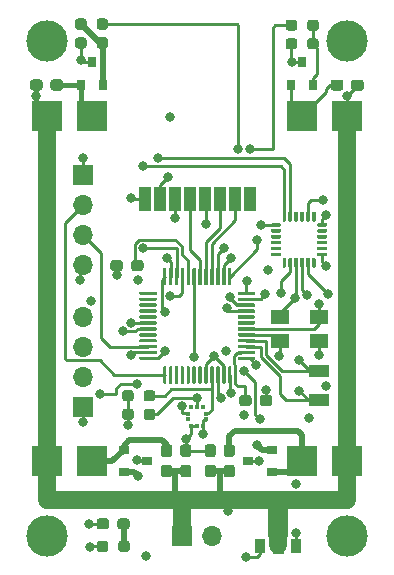
<source format=gbr>
%TF.GenerationSoftware,KiCad,Pcbnew,(5.1.9)-1*%
%TF.CreationDate,2021-03-06T18:52:22-05:00*%
%TF.ProjectId,final_design_v2,66696e61-6c5f-4646-9573-69676e5f7632,rev?*%
%TF.SameCoordinates,Original*%
%TF.FileFunction,Copper,L1,Top*%
%TF.FilePolarity,Positive*%
%FSLAX46Y46*%
G04 Gerber Fmt 4.6, Leading zero omitted, Abs format (unit mm)*
G04 Created by KiCad (PCBNEW (5.1.9)-1) date 2021-03-06 18:52:22*
%MOMM*%
%LPD*%
G01*
G04 APERTURE LIST*
%TA.AperFunction,SMDPad,CuDef*%
%ADD10R,1.000000X2.000000*%
%TD*%
%TA.AperFunction,ComponentPad*%
%ADD11C,3.500000*%
%TD*%
%TA.AperFunction,ComponentPad*%
%ADD12R,1.700000X1.700000*%
%TD*%
%TA.AperFunction,ComponentPad*%
%ADD13O,1.700000X1.700000*%
%TD*%
%TA.AperFunction,SMDPad,CuDef*%
%ADD14R,2.500000X2.500000*%
%TD*%
%TA.AperFunction,SMDPad,CuDef*%
%ADD15R,0.800000X0.900000*%
%TD*%
%TA.AperFunction,SMDPad,CuDef*%
%ADD16R,0.900000X0.800000*%
%TD*%
%TA.AperFunction,SMDPad,CuDef*%
%ADD17R,0.350000X0.380000*%
%TD*%
%TA.AperFunction,SMDPad,CuDef*%
%ADD18R,0.900000X1.300000*%
%TD*%
%TA.AperFunction,SMDPad,CuDef*%
%ADD19C,0.100000*%
%TD*%
%TA.AperFunction,SMDPad,CuDef*%
%ADD20R,1.800000X1.000000*%
%TD*%
%TA.AperFunction,SMDPad,CuDef*%
%ADD21R,1.600000X1.300000*%
%TD*%
%TA.AperFunction,ViaPad*%
%ADD22C,0.800000*%
%TD*%
%TA.AperFunction,Conductor*%
%ADD23C,0.250000*%
%TD*%
%TA.AperFunction,Conductor*%
%ADD24C,1.540000*%
%TD*%
%TA.AperFunction,Conductor*%
%ADD25C,0.381000*%
%TD*%
%TA.AperFunction,Conductor*%
%ADD26C,0.508000*%
%TD*%
G04 APERTURE END LIST*
D10*
%TO.P,U4,2*%
%TO.N,+3V3*%
X144990100Y-93002600D03*
%TO.P,U4,1*%
%TO.N,GND*%
X146260100Y-93002600D03*
%TO.P,U4,3*%
%TO.N,SPI1_CE*%
X147530100Y-93002600D03*
%TO.P,U4,4*%
%TO.N,SPI1_CSN*%
X148800100Y-93002600D03*
%TO.P,U4,5*%
%TO.N,SPI1_SCK*%
X150070100Y-93002600D03*
%TO.P,U4,6*%
%TO.N,SPI1_MOSI*%
X151340100Y-93002600D03*
%TO.P,U4,7*%
%TO.N,SPI1_MISO*%
X152610100Y-93002600D03*
%TO.P,U4,8*%
%TO.N,SPI1_IRQ*%
X153880100Y-93002600D03*
%TD*%
D11*
%TO.P,H4,1*%
%TO.N,GND*%
X162090100Y-121564400D03*
%TD*%
%TO.P,C19,1*%
%TO.N,Net-(C19-Pad1)*%
%TA.AperFunction,SMDPad,CuDef*%
G36*
G01*
X138039300Y-83150700D02*
X138039300Y-83625700D01*
G75*
G02*
X137801800Y-83863200I-237500J0D01*
G01*
X137201800Y-83863200D01*
G75*
G02*
X136964300Y-83625700I0J237500D01*
G01*
X136964300Y-83150700D01*
G75*
G02*
X137201800Y-82913200I237500J0D01*
G01*
X137801800Y-82913200D01*
G75*
G02*
X138039300Y-83150700I0J-237500D01*
G01*
G37*
%TD.AperFunction*%
%TO.P,C19,2*%
%TO.N,VCC*%
%TA.AperFunction,SMDPad,CuDef*%
G36*
G01*
X136314300Y-83150700D02*
X136314300Y-83625700D01*
G75*
G02*
X136076800Y-83863200I-237500J0D01*
G01*
X135476800Y-83863200D01*
G75*
G02*
X135239300Y-83625700I0J237500D01*
G01*
X135239300Y-83150700D01*
G75*
G02*
X135476800Y-82913200I237500J0D01*
G01*
X136076800Y-82913200D01*
G75*
G02*
X136314300Y-83150700I0J-237500D01*
G01*
G37*
%TD.AperFunction*%
%TD*%
%TO.P,C20,1*%
%TO.N,Net-(C20-Pad1)*%
%TA.AperFunction,SMDPad,CuDef*%
G36*
G01*
X160690100Y-83651100D02*
X160690100Y-83176100D01*
G75*
G02*
X160927600Y-82938600I237500J0D01*
G01*
X161527600Y-82938600D01*
G75*
G02*
X161765100Y-83176100I0J-237500D01*
G01*
X161765100Y-83651100D01*
G75*
G02*
X161527600Y-83888600I-237500J0D01*
G01*
X160927600Y-83888600D01*
G75*
G02*
X160690100Y-83651100I0J237500D01*
G01*
G37*
%TD.AperFunction*%
%TO.P,C20,2*%
%TO.N,VCC*%
%TA.AperFunction,SMDPad,CuDef*%
G36*
G01*
X162415100Y-83651100D02*
X162415100Y-83176100D01*
G75*
G02*
X162652600Y-82938600I237500J0D01*
G01*
X163252600Y-82938600D01*
G75*
G02*
X163490100Y-83176100I0J-237500D01*
G01*
X163490100Y-83651100D01*
G75*
G02*
X163252600Y-83888600I-237500J0D01*
G01*
X162652600Y-83888600D01*
G75*
G02*
X162415100Y-83651100I0J237500D01*
G01*
G37*
%TD.AperFunction*%
%TD*%
%TO.P,C22,2*%
%TO.N,VCC*%
%TA.AperFunction,SMDPad,CuDef*%
G36*
G01*
X148187400Y-115539400D02*
X148662400Y-115539400D01*
G75*
G02*
X148899900Y-115776900I0J-237500D01*
G01*
X148899900Y-116376900D01*
G75*
G02*
X148662400Y-116614400I-237500J0D01*
G01*
X148187400Y-116614400D01*
G75*
G02*
X147949900Y-116376900I0J237500D01*
G01*
X147949900Y-115776900D01*
G75*
G02*
X148187400Y-115539400I237500J0D01*
G01*
G37*
%TD.AperFunction*%
%TO.P,C22,1*%
%TO.N,GND*%
%TA.AperFunction,SMDPad,CuDef*%
G36*
G01*
X148187400Y-113814400D02*
X148662400Y-113814400D01*
G75*
G02*
X148899900Y-114051900I0J-237500D01*
G01*
X148899900Y-114651900D01*
G75*
G02*
X148662400Y-114889400I-237500J0D01*
G01*
X148187400Y-114889400D01*
G75*
G02*
X147949900Y-114651900I0J237500D01*
G01*
X147949900Y-114051900D01*
G75*
G02*
X148187400Y-113814400I237500J0D01*
G01*
G37*
%TD.AperFunction*%
%TD*%
%TO.P,C23,2*%
%TO.N,VCC*%
%TA.AperFunction,SMDPad,CuDef*%
G36*
G01*
X150270200Y-115539400D02*
X150745200Y-115539400D01*
G75*
G02*
X150982700Y-115776900I0J-237500D01*
G01*
X150982700Y-116376900D01*
G75*
G02*
X150745200Y-116614400I-237500J0D01*
G01*
X150270200Y-116614400D01*
G75*
G02*
X150032700Y-116376900I0J237500D01*
G01*
X150032700Y-115776900D01*
G75*
G02*
X150270200Y-115539400I237500J0D01*
G01*
G37*
%TD.AperFunction*%
%TO.P,C23,1*%
%TO.N,GND*%
%TA.AperFunction,SMDPad,CuDef*%
G36*
G01*
X150270200Y-113814400D02*
X150745200Y-113814400D01*
G75*
G02*
X150982700Y-114051900I0J-237500D01*
G01*
X150982700Y-114651900D01*
G75*
G02*
X150745200Y-114889400I-237500J0D01*
G01*
X150270200Y-114889400D01*
G75*
G02*
X150032700Y-114651900I0J237500D01*
G01*
X150032700Y-114051900D01*
G75*
G02*
X150270200Y-113814400I237500J0D01*
G01*
G37*
%TD.AperFunction*%
%TD*%
%TO.P,C25,1*%
%TO.N,Net-(C25-Pad1)*%
%TA.AperFunction,SMDPad,CuDef*%
G36*
G01*
X146561800Y-113814400D02*
X147036800Y-113814400D01*
G75*
G02*
X147274300Y-114051900I0J-237500D01*
G01*
X147274300Y-114651900D01*
G75*
G02*
X147036800Y-114889400I-237500J0D01*
G01*
X146561800Y-114889400D01*
G75*
G02*
X146324300Y-114651900I0J237500D01*
G01*
X146324300Y-114051900D01*
G75*
G02*
X146561800Y-113814400I237500J0D01*
G01*
G37*
%TD.AperFunction*%
%TO.P,C25,2*%
%TO.N,VCC*%
%TA.AperFunction,SMDPad,CuDef*%
G36*
G01*
X146561800Y-115539400D02*
X147036800Y-115539400D01*
G75*
G02*
X147274300Y-115776900I0J-237500D01*
G01*
X147274300Y-116376900D01*
G75*
G02*
X147036800Y-116614400I-237500J0D01*
G01*
X146561800Y-116614400D01*
G75*
G02*
X146324300Y-116376900I0J237500D01*
G01*
X146324300Y-115776900D01*
G75*
G02*
X146561800Y-115539400I237500J0D01*
G01*
G37*
%TD.AperFunction*%
%TD*%
%TO.P,C26,1*%
%TO.N,Net-(C26-Pad1)*%
%TA.AperFunction,SMDPad,CuDef*%
G36*
G01*
X151870400Y-113814400D02*
X152345400Y-113814400D01*
G75*
G02*
X152582900Y-114051900I0J-237500D01*
G01*
X152582900Y-114651900D01*
G75*
G02*
X152345400Y-114889400I-237500J0D01*
G01*
X151870400Y-114889400D01*
G75*
G02*
X151632900Y-114651900I0J237500D01*
G01*
X151632900Y-114051900D01*
G75*
G02*
X151870400Y-113814400I237500J0D01*
G01*
G37*
%TD.AperFunction*%
%TO.P,C26,2*%
%TO.N,VCC*%
%TA.AperFunction,SMDPad,CuDef*%
G36*
G01*
X151870400Y-115539400D02*
X152345400Y-115539400D01*
G75*
G02*
X152582900Y-115776900I0J-237500D01*
G01*
X152582900Y-116376900D01*
G75*
G02*
X152345400Y-116614400I-237500J0D01*
G01*
X151870400Y-116614400D01*
G75*
G02*
X151632900Y-116376900I0J237500D01*
G01*
X151632900Y-115776900D01*
G75*
G02*
X151870400Y-115539400I237500J0D01*
G01*
G37*
%TD.AperFunction*%
%TD*%
%TO.P,PWR,1*%
%TO.N,Net-(D1-Pad1)*%
%TA.AperFunction,SMDPad,CuDef*%
G36*
G01*
X143678100Y-120310900D02*
X143678100Y-120785900D01*
G75*
G02*
X143440600Y-121023400I-237500J0D01*
G01*
X142865600Y-121023400D01*
G75*
G02*
X142628100Y-120785900I0J237500D01*
G01*
X142628100Y-120310900D01*
G75*
G02*
X142865600Y-120073400I237500J0D01*
G01*
X143440600Y-120073400D01*
G75*
G02*
X143678100Y-120310900I0J-237500D01*
G01*
G37*
%TD.AperFunction*%
%TO.P,PWR,2*%
%TO.N,+3V3*%
%TA.AperFunction,SMDPad,CuDef*%
G36*
G01*
X141928100Y-120310900D02*
X141928100Y-120785900D01*
G75*
G02*
X141690600Y-121023400I-237500J0D01*
G01*
X141115600Y-121023400D01*
G75*
G02*
X140878100Y-120785900I0J237500D01*
G01*
X140878100Y-120310900D01*
G75*
G02*
X141115600Y-120073400I237500J0D01*
G01*
X141690600Y-120073400D01*
G75*
G02*
X141928100Y-120310900I0J-237500D01*
G01*
G37*
%TD.AperFunction*%
%TD*%
%TO.P,HEARTBEAT,2*%
%TO.N,LED1*%
%TA.AperFunction,SMDPad,CuDef*%
G36*
G01*
X153993100Y-109871500D02*
X153993100Y-110346500D01*
G75*
G02*
X153755600Y-110584000I-237500J0D01*
G01*
X153180600Y-110584000D01*
G75*
G02*
X152943100Y-110346500I0J237500D01*
G01*
X152943100Y-109871500D01*
G75*
G02*
X153180600Y-109634000I237500J0D01*
G01*
X153755600Y-109634000D01*
G75*
G02*
X153993100Y-109871500I0J-237500D01*
G01*
G37*
%TD.AperFunction*%
%TO.P,HEARTBEAT,1*%
%TO.N,Net-(D2-Pad1)*%
%TA.AperFunction,SMDPad,CuDef*%
G36*
G01*
X155743100Y-109871500D02*
X155743100Y-110346500D01*
G75*
G02*
X155505600Y-110584000I-237500J0D01*
G01*
X154930600Y-110584000D01*
G75*
G02*
X154693100Y-110346500I0J237500D01*
G01*
X154693100Y-109871500D01*
G75*
G02*
X154930600Y-109634000I237500J0D01*
G01*
X155505600Y-109634000D01*
G75*
G02*
X155743100Y-109871500I0J-237500D01*
G01*
G37*
%TD.AperFunction*%
%TD*%
%TO.P,COMMS,1*%
%TO.N,Net-(D3-Pad1)*%
%TA.AperFunction,SMDPad,CuDef*%
G36*
G01*
X142046500Y-98916500D02*
X142046500Y-98441500D01*
G75*
G02*
X142284000Y-98204000I237500J0D01*
G01*
X142859000Y-98204000D01*
G75*
G02*
X143096500Y-98441500I0J-237500D01*
G01*
X143096500Y-98916500D01*
G75*
G02*
X142859000Y-99154000I-237500J0D01*
G01*
X142284000Y-99154000D01*
G75*
G02*
X142046500Y-98916500I0J237500D01*
G01*
G37*
%TD.AperFunction*%
%TO.P,COMMS,2*%
%TO.N,LED2*%
%TA.AperFunction,SMDPad,CuDef*%
G36*
G01*
X143796500Y-98916500D02*
X143796500Y-98441500D01*
G75*
G02*
X144034000Y-98204000I237500J0D01*
G01*
X144609000Y-98204000D01*
G75*
G02*
X144846500Y-98441500I0J-237500D01*
G01*
X144846500Y-98916500D01*
G75*
G02*
X144609000Y-99154000I-237500J0D01*
G01*
X144034000Y-99154000D01*
G75*
G02*
X143796500Y-98916500I0J237500D01*
G01*
G37*
%TD.AperFunction*%
%TD*%
%TO.P,H1,1*%
%TO.N,GND*%
X136690100Y-79654400D03*
%TD*%
%TO.P,H2,1*%
%TO.N,GND*%
X136690100Y-121564400D03*
%TD*%
%TO.P,H3,1*%
%TO.N,GND*%
X162090100Y-79654400D03*
%TD*%
D12*
%TO.P,SWD,1*%
%TO.N,GND*%
X139738100Y-91008200D03*
D13*
%TO.P,SWD,2*%
%TO.N,SWCLK*%
X139738100Y-93548200D03*
%TO.P,SWD,3*%
%TO.N,SWDIO*%
X139738100Y-96088200D03*
%TO.P,SWD,4*%
%TO.N,+3V3*%
X139738100Y-98628200D03*
%TD*%
%TO.P,UART,4*%
%TO.N,+3V3*%
X139738100Y-102997000D03*
%TO.P,UART,3*%
%TO.N,UART1_TX*%
X139738100Y-105537000D03*
%TO.P,UART,2*%
%TO.N,UART1_RX*%
X139738100Y-108077000D03*
D12*
%TO.P,UART,1*%
%TO.N,GND*%
X139738100Y-110617000D03*
%TD*%
%TO.P,J3,1*%
%TO.N,VCC*%
X148120100Y-121564400D03*
D13*
%TO.P,J3,2*%
%TO.N,GND*%
X150660100Y-121564400D03*
%TD*%
D14*
%TO.P,M1+,1*%
%TO.N,VCC*%
X136690100Y-86004400D03*
%TD*%
%TO.P,M1-,1*%
%TO.N,Net-(C19-Pad1)*%
X140500100Y-86004400D03*
%TD*%
%TO.P,M3+,1*%
%TO.N,VCC*%
X162090100Y-86004400D03*
%TD*%
%TO.P,M3-,1*%
%TO.N,Net-(C20-Pad1)*%
X158280100Y-86004400D03*
%TD*%
%TO.P,M2+,1*%
%TO.N,VCC*%
X136690100Y-115214400D03*
%TD*%
%TO.P,M2-,1*%
%TO.N,Net-(C25-Pad1)*%
X140500100Y-115214400D03*
%TD*%
%TO.P,M4+,1*%
%TO.N,VCC*%
X162090100Y-115214400D03*
%TD*%
%TO.P,M4-,1*%
%TO.N,Net-(C26-Pad1)*%
X158280100Y-115214400D03*
%TD*%
D15*
%TO.P,Q1,3*%
%TO.N,GND*%
X140500100Y-81423000D03*
%TO.P,Q1,2*%
%TO.N,Net-(Q1-Pad2)*%
X141450100Y-83423000D03*
%TO.P,Q1,1*%
%TO.N,Net-(C19-Pad1)*%
X139550100Y-83423000D03*
%TD*%
%TO.P,Q2,3*%
%TO.N,GND*%
X158280100Y-81423000D03*
%TO.P,Q2,2*%
%TO.N,Net-(Q2-Pad2)*%
X159230100Y-83423000D03*
%TO.P,Q2,1*%
%TO.N,Net-(C20-Pad1)*%
X157330100Y-83423000D03*
%TD*%
D16*
%TO.P,Q3,1*%
%TO.N,Net-(C25-Pad1)*%
X143157700Y-114264400D03*
%TO.P,Q3,2*%
%TO.N,Net-(Q3-Pad2)*%
X143157700Y-116164400D03*
%TO.P,Q3,3*%
%TO.N,GND*%
X145157700Y-115214400D03*
%TD*%
%TO.P,Q4,1*%
%TO.N,Net-(C26-Pad1)*%
X155698700Y-116164400D03*
%TO.P,Q4,2*%
%TO.N,Net-(Q4-Pad2)*%
X155698700Y-114264400D03*
%TO.P,Q4,3*%
%TO.N,GND*%
X153698700Y-115214400D03*
%TD*%
%TO.P,R1,2*%
%TO.N,Net-(D1-Pad1)*%
%TA.AperFunction,SMDPad,CuDef*%
G36*
G01*
X142703100Y-122690900D02*
X142703100Y-122215900D01*
G75*
G02*
X142940600Y-121978400I237500J0D01*
G01*
X143440600Y-121978400D01*
G75*
G02*
X143678100Y-122215900I0J-237500D01*
G01*
X143678100Y-122690900D01*
G75*
G02*
X143440600Y-122928400I-237500J0D01*
G01*
X142940600Y-122928400D01*
G75*
G02*
X142703100Y-122690900I0J237500D01*
G01*
G37*
%TD.AperFunction*%
%TO.P,R1,1*%
%TO.N,GND*%
%TA.AperFunction,SMDPad,CuDef*%
G36*
G01*
X140878100Y-122690900D02*
X140878100Y-122215900D01*
G75*
G02*
X141115600Y-121978400I237500J0D01*
G01*
X141615600Y-121978400D01*
G75*
G02*
X141853100Y-122215900I0J-237500D01*
G01*
X141853100Y-122690900D01*
G75*
G02*
X141615600Y-122928400I-237500J0D01*
G01*
X141115600Y-122928400D01*
G75*
G02*
X140878100Y-122690900I0J237500D01*
G01*
G37*
%TD.AperFunction*%
%TD*%
%TO.P,R4,2*%
%TO.N,I2C1_SCL*%
%TA.AperFunction,SMDPad,CuDef*%
G36*
G01*
X144862100Y-109940100D02*
X144862100Y-109465100D01*
G75*
G02*
X145099600Y-109227600I237500J0D01*
G01*
X145599600Y-109227600D01*
G75*
G02*
X145837100Y-109465100I0J-237500D01*
G01*
X145837100Y-109940100D01*
G75*
G02*
X145599600Y-110177600I-237500J0D01*
G01*
X145099600Y-110177600D01*
G75*
G02*
X144862100Y-109940100I0J237500D01*
G01*
G37*
%TD.AperFunction*%
%TO.P,R4,1*%
%TO.N,+3V3*%
%TA.AperFunction,SMDPad,CuDef*%
G36*
G01*
X143037100Y-109940100D02*
X143037100Y-109465100D01*
G75*
G02*
X143274600Y-109227600I237500J0D01*
G01*
X143774600Y-109227600D01*
G75*
G02*
X144012100Y-109465100I0J-237500D01*
G01*
X144012100Y-109940100D01*
G75*
G02*
X143774600Y-110177600I-237500J0D01*
G01*
X143274600Y-110177600D01*
G75*
G02*
X143037100Y-109940100I0J237500D01*
G01*
G37*
%TD.AperFunction*%
%TD*%
%TO.P,R5,2*%
%TO.N,I2C1_SDA*%
%TA.AperFunction,SMDPad,CuDef*%
G36*
G01*
X144862100Y-111514900D02*
X144862100Y-111039900D01*
G75*
G02*
X145099600Y-110802400I237500J0D01*
G01*
X145599600Y-110802400D01*
G75*
G02*
X145837100Y-111039900I0J-237500D01*
G01*
X145837100Y-111514900D01*
G75*
G02*
X145599600Y-111752400I-237500J0D01*
G01*
X145099600Y-111752400D01*
G75*
G02*
X144862100Y-111514900I0J237500D01*
G01*
G37*
%TD.AperFunction*%
%TO.P,R5,1*%
%TO.N,+3V3*%
%TA.AperFunction,SMDPad,CuDef*%
G36*
G01*
X143037100Y-111514900D02*
X143037100Y-111039900D01*
G75*
G02*
X143274600Y-110802400I237500J0D01*
G01*
X143774600Y-110802400D01*
G75*
G02*
X144012100Y-111039900I0J-237500D01*
G01*
X144012100Y-111514900D01*
G75*
G02*
X143774600Y-111752400I-237500J0D01*
G01*
X143274600Y-111752400D01*
G75*
G02*
X143037100Y-111514900I0J237500D01*
G01*
G37*
%TD.AperFunction*%
%TD*%
%TO.P,R11,2*%
%TO.N,M1_PWM*%
%TA.AperFunction,SMDPad,CuDef*%
G36*
G01*
X140874300Y-78469500D02*
X140874300Y-77994500D01*
G75*
G02*
X141111800Y-77757000I237500J0D01*
G01*
X141611800Y-77757000D01*
G75*
G02*
X141849300Y-77994500I0J-237500D01*
G01*
X141849300Y-78469500D01*
G75*
G02*
X141611800Y-78707000I-237500J0D01*
G01*
X141111800Y-78707000D01*
G75*
G02*
X140874300Y-78469500I0J237500D01*
G01*
G37*
%TD.AperFunction*%
%TO.P,R11,1*%
%TO.N,Net-(Q1-Pad2)*%
%TA.AperFunction,SMDPad,CuDef*%
G36*
G01*
X139049300Y-78469500D02*
X139049300Y-77994500D01*
G75*
G02*
X139286800Y-77757000I237500J0D01*
G01*
X139786800Y-77757000D01*
G75*
G02*
X140024300Y-77994500I0J-237500D01*
G01*
X140024300Y-78469500D01*
G75*
G02*
X139786800Y-78707000I-237500J0D01*
G01*
X139286800Y-78707000D01*
G75*
G02*
X139049300Y-78469500I0J237500D01*
G01*
G37*
%TD.AperFunction*%
%TD*%
%TO.P,R12,2*%
%TO.N,M3_PWM*%
%TA.AperFunction,SMDPad,CuDef*%
G36*
G01*
X157855100Y-78096100D02*
X157855100Y-78571100D01*
G75*
G02*
X157617600Y-78808600I-237500J0D01*
G01*
X157117600Y-78808600D01*
G75*
G02*
X156880100Y-78571100I0J237500D01*
G01*
X156880100Y-78096100D01*
G75*
G02*
X157117600Y-77858600I237500J0D01*
G01*
X157617600Y-77858600D01*
G75*
G02*
X157855100Y-78096100I0J-237500D01*
G01*
G37*
%TD.AperFunction*%
%TO.P,R12,1*%
%TO.N,Net-(Q2-Pad2)*%
%TA.AperFunction,SMDPad,CuDef*%
G36*
G01*
X159680100Y-78096100D02*
X159680100Y-78571100D01*
G75*
G02*
X159442600Y-78808600I-237500J0D01*
G01*
X158942600Y-78808600D01*
G75*
G02*
X158705100Y-78571100I0J237500D01*
G01*
X158705100Y-78096100D01*
G75*
G02*
X158942600Y-77858600I237500J0D01*
G01*
X159442600Y-77858600D01*
G75*
G02*
X159680100Y-78096100I0J-237500D01*
G01*
G37*
%TD.AperFunction*%
%TD*%
%TO.P,R13,1*%
%TO.N,GND*%
%TA.AperFunction,SMDPad,CuDef*%
G36*
G01*
X139049300Y-80069700D02*
X139049300Y-79594700D01*
G75*
G02*
X139286800Y-79357200I237500J0D01*
G01*
X139786800Y-79357200D01*
G75*
G02*
X140024300Y-79594700I0J-237500D01*
G01*
X140024300Y-80069700D01*
G75*
G02*
X139786800Y-80307200I-237500J0D01*
G01*
X139286800Y-80307200D01*
G75*
G02*
X139049300Y-80069700I0J237500D01*
G01*
G37*
%TD.AperFunction*%
%TO.P,R13,2*%
%TO.N,Net-(Q1-Pad2)*%
%TA.AperFunction,SMDPad,CuDef*%
G36*
G01*
X140874300Y-80069700D02*
X140874300Y-79594700D01*
G75*
G02*
X141111800Y-79357200I237500J0D01*
G01*
X141611800Y-79357200D01*
G75*
G02*
X141849300Y-79594700I0J-237500D01*
G01*
X141849300Y-80069700D01*
G75*
G02*
X141611800Y-80307200I-237500J0D01*
G01*
X141111800Y-80307200D01*
G75*
G02*
X140874300Y-80069700I0J237500D01*
G01*
G37*
%TD.AperFunction*%
%TD*%
%TO.P,R14,1*%
%TO.N,GND*%
%TA.AperFunction,SMDPad,CuDef*%
G36*
G01*
X156880100Y-80145900D02*
X156880100Y-79670900D01*
G75*
G02*
X157117600Y-79433400I237500J0D01*
G01*
X157617600Y-79433400D01*
G75*
G02*
X157855100Y-79670900I0J-237500D01*
G01*
X157855100Y-80145900D01*
G75*
G02*
X157617600Y-80383400I-237500J0D01*
G01*
X157117600Y-80383400D01*
G75*
G02*
X156880100Y-80145900I0J237500D01*
G01*
G37*
%TD.AperFunction*%
%TO.P,R14,2*%
%TO.N,Net-(Q2-Pad2)*%
%TA.AperFunction,SMDPad,CuDef*%
G36*
G01*
X158705100Y-80145900D02*
X158705100Y-79670900D01*
G75*
G02*
X158942600Y-79433400I237500J0D01*
G01*
X159442600Y-79433400D01*
G75*
G02*
X159680100Y-79670900I0J-237500D01*
G01*
X159680100Y-80145900D01*
G75*
G02*
X159442600Y-80383400I-237500J0D01*
G01*
X158942600Y-80383400D01*
G75*
G02*
X158705100Y-80145900I0J237500D01*
G01*
G37*
%TD.AperFunction*%
%TD*%
%TO.P,U1,1*%
%TO.N,+3V3*%
%TA.AperFunction,SMDPad,CuDef*%
G36*
G01*
X154290100Y-106459400D02*
X154290100Y-106609400D01*
G75*
G02*
X154215100Y-106684400I-75000J0D01*
G01*
X152890100Y-106684400D01*
G75*
G02*
X152815100Y-106609400I0J75000D01*
G01*
X152815100Y-106459400D01*
G75*
G02*
X152890100Y-106384400I75000J0D01*
G01*
X154215100Y-106384400D01*
G75*
G02*
X154290100Y-106459400I0J-75000D01*
G01*
G37*
%TD.AperFunction*%
%TO.P,U1,2*%
%TO.N,LED1*%
%TA.AperFunction,SMDPad,CuDef*%
G36*
G01*
X154290100Y-105959400D02*
X154290100Y-106109400D01*
G75*
G02*
X154215100Y-106184400I-75000J0D01*
G01*
X152890100Y-106184400D01*
G75*
G02*
X152815100Y-106109400I0J75000D01*
G01*
X152815100Y-105959400D01*
G75*
G02*
X152890100Y-105884400I75000J0D01*
G01*
X154215100Y-105884400D01*
G75*
G02*
X154290100Y-105959400I0J-75000D01*
G01*
G37*
%TD.AperFunction*%
%TO.P,U1,3*%
%TO.N,OSC32_IN*%
%TA.AperFunction,SMDPad,CuDef*%
G36*
G01*
X154290100Y-105459400D02*
X154290100Y-105609400D01*
G75*
G02*
X154215100Y-105684400I-75000J0D01*
G01*
X152890100Y-105684400D01*
G75*
G02*
X152815100Y-105609400I0J75000D01*
G01*
X152815100Y-105459400D01*
G75*
G02*
X152890100Y-105384400I75000J0D01*
G01*
X154215100Y-105384400D01*
G75*
G02*
X154290100Y-105459400I0J-75000D01*
G01*
G37*
%TD.AperFunction*%
%TO.P,U1,4*%
%TO.N,OSC32_OUT*%
%TA.AperFunction,SMDPad,CuDef*%
G36*
G01*
X154290100Y-104959400D02*
X154290100Y-105109400D01*
G75*
G02*
X154215100Y-105184400I-75000J0D01*
G01*
X152890100Y-105184400D01*
G75*
G02*
X152815100Y-105109400I0J75000D01*
G01*
X152815100Y-104959400D01*
G75*
G02*
X152890100Y-104884400I75000J0D01*
G01*
X154215100Y-104884400D01*
G75*
G02*
X154290100Y-104959400I0J-75000D01*
G01*
G37*
%TD.AperFunction*%
%TO.P,U1,5*%
%TO.N,OSC8_IN*%
%TA.AperFunction,SMDPad,CuDef*%
G36*
G01*
X154290100Y-104459400D02*
X154290100Y-104609400D01*
G75*
G02*
X154215100Y-104684400I-75000J0D01*
G01*
X152890100Y-104684400D01*
G75*
G02*
X152815100Y-104609400I0J75000D01*
G01*
X152815100Y-104459400D01*
G75*
G02*
X152890100Y-104384400I75000J0D01*
G01*
X154215100Y-104384400D01*
G75*
G02*
X154290100Y-104459400I0J-75000D01*
G01*
G37*
%TD.AperFunction*%
%TO.P,U1,6*%
%TO.N,OSC8_OUT*%
%TA.AperFunction,SMDPad,CuDef*%
G36*
G01*
X154290100Y-103959400D02*
X154290100Y-104109400D01*
G75*
G02*
X154215100Y-104184400I-75000J0D01*
G01*
X152890100Y-104184400D01*
G75*
G02*
X152815100Y-104109400I0J75000D01*
G01*
X152815100Y-103959400D01*
G75*
G02*
X152890100Y-103884400I75000J0D01*
G01*
X154215100Y-103884400D01*
G75*
G02*
X154290100Y-103959400I0J-75000D01*
G01*
G37*
%TD.AperFunction*%
%TO.P,U1,7*%
%TO.N,Net-(U1-Pad7)*%
%TA.AperFunction,SMDPad,CuDef*%
G36*
G01*
X154290100Y-103459400D02*
X154290100Y-103609400D01*
G75*
G02*
X154215100Y-103684400I-75000J0D01*
G01*
X152890100Y-103684400D01*
G75*
G02*
X152815100Y-103609400I0J75000D01*
G01*
X152815100Y-103459400D01*
G75*
G02*
X152890100Y-103384400I75000J0D01*
G01*
X154215100Y-103384400D01*
G75*
G02*
X154290100Y-103459400I0J-75000D01*
G01*
G37*
%TD.AperFunction*%
%TO.P,U1,8*%
%TO.N,GND*%
%TA.AperFunction,SMDPad,CuDef*%
G36*
G01*
X154290100Y-102959400D02*
X154290100Y-103109400D01*
G75*
G02*
X154215100Y-103184400I-75000J0D01*
G01*
X152890100Y-103184400D01*
G75*
G02*
X152815100Y-103109400I0J75000D01*
G01*
X152815100Y-102959400D01*
G75*
G02*
X152890100Y-102884400I75000J0D01*
G01*
X154215100Y-102884400D01*
G75*
G02*
X154290100Y-102959400I0J-75000D01*
G01*
G37*
%TD.AperFunction*%
%TO.P,U1,9*%
%TO.N,+3.3VA*%
%TA.AperFunction,SMDPad,CuDef*%
G36*
G01*
X154290100Y-102459400D02*
X154290100Y-102609400D01*
G75*
G02*
X154215100Y-102684400I-75000J0D01*
G01*
X152890100Y-102684400D01*
G75*
G02*
X152815100Y-102609400I0J75000D01*
G01*
X152815100Y-102459400D01*
G75*
G02*
X152890100Y-102384400I75000J0D01*
G01*
X154215100Y-102384400D01*
G75*
G02*
X154290100Y-102459400I0J-75000D01*
G01*
G37*
%TD.AperFunction*%
%TO.P,U1,10*%
%TO.N,M1_PWM*%
%TA.AperFunction,SMDPad,CuDef*%
G36*
G01*
X154290100Y-101959400D02*
X154290100Y-102109400D01*
G75*
G02*
X154215100Y-102184400I-75000J0D01*
G01*
X152890100Y-102184400D01*
G75*
G02*
X152815100Y-102109400I0J75000D01*
G01*
X152815100Y-101959400D01*
G75*
G02*
X152890100Y-101884400I75000J0D01*
G01*
X154215100Y-101884400D01*
G75*
G02*
X154290100Y-101959400I0J-75000D01*
G01*
G37*
%TD.AperFunction*%
%TO.P,U1,11*%
%TO.N,M2_PWM*%
%TA.AperFunction,SMDPad,CuDef*%
G36*
G01*
X154290100Y-101459400D02*
X154290100Y-101609400D01*
G75*
G02*
X154215100Y-101684400I-75000J0D01*
G01*
X152890100Y-101684400D01*
G75*
G02*
X152815100Y-101609400I0J75000D01*
G01*
X152815100Y-101459400D01*
G75*
G02*
X152890100Y-101384400I75000J0D01*
G01*
X154215100Y-101384400D01*
G75*
G02*
X154290100Y-101459400I0J-75000D01*
G01*
G37*
%TD.AperFunction*%
%TO.P,U1,12*%
%TO.N,M3_PWM*%
%TA.AperFunction,SMDPad,CuDef*%
G36*
G01*
X154290100Y-100959400D02*
X154290100Y-101109400D01*
G75*
G02*
X154215100Y-101184400I-75000J0D01*
G01*
X152890100Y-101184400D01*
G75*
G02*
X152815100Y-101109400I0J75000D01*
G01*
X152815100Y-100959400D01*
G75*
G02*
X152890100Y-100884400I75000J0D01*
G01*
X154215100Y-100884400D01*
G75*
G02*
X154290100Y-100959400I0J-75000D01*
G01*
G37*
%TD.AperFunction*%
%TO.P,U1,13*%
%TO.N,M4_PWM*%
%TA.AperFunction,SMDPad,CuDef*%
G36*
G01*
X152290100Y-98959400D02*
X152290100Y-100284400D01*
G75*
G02*
X152215100Y-100359400I-75000J0D01*
G01*
X152065100Y-100359400D01*
G75*
G02*
X151990100Y-100284400I0J75000D01*
G01*
X151990100Y-98959400D01*
G75*
G02*
X152065100Y-98884400I75000J0D01*
G01*
X152215100Y-98884400D01*
G75*
G02*
X152290100Y-98959400I0J-75000D01*
G01*
G37*
%TD.AperFunction*%
%TO.P,U1,14*%
%TO.N,SPI1_CE*%
%TA.AperFunction,SMDPad,CuDef*%
G36*
G01*
X151790100Y-98959400D02*
X151790100Y-100284400D01*
G75*
G02*
X151715100Y-100359400I-75000J0D01*
G01*
X151565100Y-100359400D01*
G75*
G02*
X151490100Y-100284400I0J75000D01*
G01*
X151490100Y-98959400D01*
G75*
G02*
X151565100Y-98884400I75000J0D01*
G01*
X151715100Y-98884400D01*
G75*
G02*
X151790100Y-98959400I0J-75000D01*
G01*
G37*
%TD.AperFunction*%
%TO.P,U1,15*%
%TO.N,SPI1_SCK*%
%TA.AperFunction,SMDPad,CuDef*%
G36*
G01*
X151290100Y-98959400D02*
X151290100Y-100284400D01*
G75*
G02*
X151215100Y-100359400I-75000J0D01*
G01*
X151065100Y-100359400D01*
G75*
G02*
X150990100Y-100284400I0J75000D01*
G01*
X150990100Y-98959400D01*
G75*
G02*
X151065100Y-98884400I75000J0D01*
G01*
X151215100Y-98884400D01*
G75*
G02*
X151290100Y-98959400I0J-75000D01*
G01*
G37*
%TD.AperFunction*%
%TO.P,U1,16*%
%TO.N,SPI1_MISO*%
%TA.AperFunction,SMDPad,CuDef*%
G36*
G01*
X150790100Y-98959400D02*
X150790100Y-100284400D01*
G75*
G02*
X150715100Y-100359400I-75000J0D01*
G01*
X150565100Y-100359400D01*
G75*
G02*
X150490100Y-100284400I0J75000D01*
G01*
X150490100Y-98959400D01*
G75*
G02*
X150565100Y-98884400I75000J0D01*
G01*
X150715100Y-98884400D01*
G75*
G02*
X150790100Y-98959400I0J-75000D01*
G01*
G37*
%TD.AperFunction*%
%TO.P,U1,17*%
%TO.N,SPI1_MOSI*%
%TA.AperFunction,SMDPad,CuDef*%
G36*
G01*
X150290100Y-98959400D02*
X150290100Y-100284400D01*
G75*
G02*
X150215100Y-100359400I-75000J0D01*
G01*
X150065100Y-100359400D01*
G75*
G02*
X149990100Y-100284400I0J75000D01*
G01*
X149990100Y-98959400D01*
G75*
G02*
X150065100Y-98884400I75000J0D01*
G01*
X150215100Y-98884400D01*
G75*
G02*
X150290100Y-98959400I0J-75000D01*
G01*
G37*
%TD.AperFunction*%
%TO.P,U1,18*%
%TO.N,SPI1_CSN*%
%TA.AperFunction,SMDPad,CuDef*%
G36*
G01*
X149790100Y-98959400D02*
X149790100Y-100284400D01*
G75*
G02*
X149715100Y-100359400I-75000J0D01*
G01*
X149565100Y-100359400D01*
G75*
G02*
X149490100Y-100284400I0J75000D01*
G01*
X149490100Y-98959400D01*
G75*
G02*
X149565100Y-98884400I75000J0D01*
G01*
X149715100Y-98884400D01*
G75*
G02*
X149790100Y-98959400I0J-75000D01*
G01*
G37*
%TD.AperFunction*%
%TO.P,U1,19*%
%TO.N,ADC_BATT*%
%TA.AperFunction,SMDPad,CuDef*%
G36*
G01*
X149290100Y-98959400D02*
X149290100Y-100284400D01*
G75*
G02*
X149215100Y-100359400I-75000J0D01*
G01*
X149065100Y-100359400D01*
G75*
G02*
X148990100Y-100284400I0J75000D01*
G01*
X148990100Y-98959400D01*
G75*
G02*
X149065100Y-98884400I75000J0D01*
G01*
X149215100Y-98884400D01*
G75*
G02*
X149290100Y-98959400I0J-75000D01*
G01*
G37*
%TD.AperFunction*%
%TO.P,U1,20*%
%TO.N,LED2*%
%TA.AperFunction,SMDPad,CuDef*%
G36*
G01*
X148790100Y-98959400D02*
X148790100Y-100284400D01*
G75*
G02*
X148715100Y-100359400I-75000J0D01*
G01*
X148565100Y-100359400D01*
G75*
G02*
X148490100Y-100284400I0J75000D01*
G01*
X148490100Y-98959400D01*
G75*
G02*
X148565100Y-98884400I75000J0D01*
G01*
X148715100Y-98884400D01*
G75*
G02*
X148790100Y-98959400I0J-75000D01*
G01*
G37*
%TD.AperFunction*%
%TO.P,U1,21*%
%TO.N,I2C2_SCL*%
%TA.AperFunction,SMDPad,CuDef*%
G36*
G01*
X148290100Y-98959400D02*
X148290100Y-100284400D01*
G75*
G02*
X148215100Y-100359400I-75000J0D01*
G01*
X148065100Y-100359400D01*
G75*
G02*
X147990100Y-100284400I0J75000D01*
G01*
X147990100Y-98959400D01*
G75*
G02*
X148065100Y-98884400I75000J0D01*
G01*
X148215100Y-98884400D01*
G75*
G02*
X148290100Y-98959400I0J-75000D01*
G01*
G37*
%TD.AperFunction*%
%TO.P,U1,22*%
%TO.N,I2C2_SDA*%
%TA.AperFunction,SMDPad,CuDef*%
G36*
G01*
X147790100Y-98959400D02*
X147790100Y-100284400D01*
G75*
G02*
X147715100Y-100359400I-75000J0D01*
G01*
X147565100Y-100359400D01*
G75*
G02*
X147490100Y-100284400I0J75000D01*
G01*
X147490100Y-98959400D01*
G75*
G02*
X147565100Y-98884400I75000J0D01*
G01*
X147715100Y-98884400D01*
G75*
G02*
X147790100Y-98959400I0J-75000D01*
G01*
G37*
%TD.AperFunction*%
%TO.P,U1,23*%
%TO.N,GND*%
%TA.AperFunction,SMDPad,CuDef*%
G36*
G01*
X147290100Y-98959400D02*
X147290100Y-100284400D01*
G75*
G02*
X147215100Y-100359400I-75000J0D01*
G01*
X147065100Y-100359400D01*
G75*
G02*
X146990100Y-100284400I0J75000D01*
G01*
X146990100Y-98959400D01*
G75*
G02*
X147065100Y-98884400I75000J0D01*
G01*
X147215100Y-98884400D01*
G75*
G02*
X147290100Y-98959400I0J-75000D01*
G01*
G37*
%TD.AperFunction*%
%TO.P,U1,24*%
%TO.N,+3V3*%
%TA.AperFunction,SMDPad,CuDef*%
G36*
G01*
X146790100Y-98959400D02*
X146790100Y-100284400D01*
G75*
G02*
X146715100Y-100359400I-75000J0D01*
G01*
X146565100Y-100359400D01*
G75*
G02*
X146490100Y-100284400I0J75000D01*
G01*
X146490100Y-98959400D01*
G75*
G02*
X146565100Y-98884400I75000J0D01*
G01*
X146715100Y-98884400D01*
G75*
G02*
X146790100Y-98959400I0J-75000D01*
G01*
G37*
%TD.AperFunction*%
%TO.P,U1,25*%
%TO.N,Net-(U1-Pad25)*%
%TA.AperFunction,SMDPad,CuDef*%
G36*
G01*
X145965100Y-100959400D02*
X145965100Y-101109400D01*
G75*
G02*
X145890100Y-101184400I-75000J0D01*
G01*
X144565100Y-101184400D01*
G75*
G02*
X144490100Y-101109400I0J75000D01*
G01*
X144490100Y-100959400D01*
G75*
G02*
X144565100Y-100884400I75000J0D01*
G01*
X145890100Y-100884400D01*
G75*
G02*
X145965100Y-100959400I0J-75000D01*
G01*
G37*
%TD.AperFunction*%
%TO.P,U1,26*%
%TO.N,Net-(U1-Pad26)*%
%TA.AperFunction,SMDPad,CuDef*%
G36*
G01*
X145965100Y-101459400D02*
X145965100Y-101609400D01*
G75*
G02*
X145890100Y-101684400I-75000J0D01*
G01*
X144565100Y-101684400D01*
G75*
G02*
X144490100Y-101609400I0J75000D01*
G01*
X144490100Y-101459400D01*
G75*
G02*
X144565100Y-101384400I75000J0D01*
G01*
X145890100Y-101384400D01*
G75*
G02*
X145965100Y-101459400I0J-75000D01*
G01*
G37*
%TD.AperFunction*%
%TO.P,U1,27*%
%TO.N,Net-(U1-Pad27)*%
%TA.AperFunction,SMDPad,CuDef*%
G36*
G01*
X145965100Y-101959400D02*
X145965100Y-102109400D01*
G75*
G02*
X145890100Y-102184400I-75000J0D01*
G01*
X144565100Y-102184400D01*
G75*
G02*
X144490100Y-102109400I0J75000D01*
G01*
X144490100Y-101959400D01*
G75*
G02*
X144565100Y-101884400I75000J0D01*
G01*
X145890100Y-101884400D01*
G75*
G02*
X145965100Y-101959400I0J-75000D01*
G01*
G37*
%TD.AperFunction*%
%TO.P,U1,28*%
%TO.N,Net-(U1-Pad28)*%
%TA.AperFunction,SMDPad,CuDef*%
G36*
G01*
X145965100Y-102459400D02*
X145965100Y-102609400D01*
G75*
G02*
X145890100Y-102684400I-75000J0D01*
G01*
X144565100Y-102684400D01*
G75*
G02*
X144490100Y-102609400I0J75000D01*
G01*
X144490100Y-102459400D01*
G75*
G02*
X144565100Y-102384400I75000J0D01*
G01*
X145890100Y-102384400D01*
G75*
G02*
X145965100Y-102459400I0J-75000D01*
G01*
G37*
%TD.AperFunction*%
%TO.P,U1,29*%
%TO.N,Net-(U1-Pad29)*%
%TA.AperFunction,SMDPad,CuDef*%
G36*
G01*
X145965100Y-102959400D02*
X145965100Y-103109400D01*
G75*
G02*
X145890100Y-103184400I-75000J0D01*
G01*
X144565100Y-103184400D01*
G75*
G02*
X144490100Y-103109400I0J75000D01*
G01*
X144490100Y-102959400D01*
G75*
G02*
X144565100Y-102884400I75000J0D01*
G01*
X145890100Y-102884400D01*
G75*
G02*
X145965100Y-102959400I0J-75000D01*
G01*
G37*
%TD.AperFunction*%
%TO.P,U1,30*%
%TO.N,UART1_TX*%
%TA.AperFunction,SMDPad,CuDef*%
G36*
G01*
X145965100Y-103459400D02*
X145965100Y-103609400D01*
G75*
G02*
X145890100Y-103684400I-75000J0D01*
G01*
X144565100Y-103684400D01*
G75*
G02*
X144490100Y-103609400I0J75000D01*
G01*
X144490100Y-103459400D01*
G75*
G02*
X144565100Y-103384400I75000J0D01*
G01*
X145890100Y-103384400D01*
G75*
G02*
X145965100Y-103459400I0J-75000D01*
G01*
G37*
%TD.AperFunction*%
%TO.P,U1,31*%
%TO.N,UART1_RX*%
%TA.AperFunction,SMDPad,CuDef*%
G36*
G01*
X145965100Y-103959400D02*
X145965100Y-104109400D01*
G75*
G02*
X145890100Y-104184400I-75000J0D01*
G01*
X144565100Y-104184400D01*
G75*
G02*
X144490100Y-104109400I0J75000D01*
G01*
X144490100Y-103959400D01*
G75*
G02*
X144565100Y-103884400I75000J0D01*
G01*
X145890100Y-103884400D01*
G75*
G02*
X145965100Y-103959400I0J-75000D01*
G01*
G37*
%TD.AperFunction*%
%TO.P,U1,32*%
%TO.N,Net-(U1-Pad32)*%
%TA.AperFunction,SMDPad,CuDef*%
G36*
G01*
X145965100Y-104459400D02*
X145965100Y-104609400D01*
G75*
G02*
X145890100Y-104684400I-75000J0D01*
G01*
X144565100Y-104684400D01*
G75*
G02*
X144490100Y-104609400I0J75000D01*
G01*
X144490100Y-104459400D01*
G75*
G02*
X144565100Y-104384400I75000J0D01*
G01*
X145890100Y-104384400D01*
G75*
G02*
X145965100Y-104459400I0J-75000D01*
G01*
G37*
%TD.AperFunction*%
%TO.P,U1,33*%
%TO.N,SPI1_IRQ*%
%TA.AperFunction,SMDPad,CuDef*%
G36*
G01*
X145965100Y-104959400D02*
X145965100Y-105109400D01*
G75*
G02*
X145890100Y-105184400I-75000J0D01*
G01*
X144565100Y-105184400D01*
G75*
G02*
X144490100Y-105109400I0J75000D01*
G01*
X144490100Y-104959400D01*
G75*
G02*
X144565100Y-104884400I75000J0D01*
G01*
X145890100Y-104884400D01*
G75*
G02*
X145965100Y-104959400I0J-75000D01*
G01*
G37*
%TD.AperFunction*%
%TO.P,U1,34*%
%TO.N,SWDIO*%
%TA.AperFunction,SMDPad,CuDef*%
G36*
G01*
X145965100Y-105459400D02*
X145965100Y-105609400D01*
G75*
G02*
X145890100Y-105684400I-75000J0D01*
G01*
X144565100Y-105684400D01*
G75*
G02*
X144490100Y-105609400I0J75000D01*
G01*
X144490100Y-105459400D01*
G75*
G02*
X144565100Y-105384400I75000J0D01*
G01*
X145890100Y-105384400D01*
G75*
G02*
X145965100Y-105459400I0J-75000D01*
G01*
G37*
%TD.AperFunction*%
%TO.P,U1,35*%
%TO.N,GND*%
%TA.AperFunction,SMDPad,CuDef*%
G36*
G01*
X145965100Y-105959400D02*
X145965100Y-106109400D01*
G75*
G02*
X145890100Y-106184400I-75000J0D01*
G01*
X144565100Y-106184400D01*
G75*
G02*
X144490100Y-106109400I0J75000D01*
G01*
X144490100Y-105959400D01*
G75*
G02*
X144565100Y-105884400I75000J0D01*
G01*
X145890100Y-105884400D01*
G75*
G02*
X145965100Y-105959400I0J-75000D01*
G01*
G37*
%TD.AperFunction*%
%TO.P,U1,36*%
%TO.N,+3V3*%
%TA.AperFunction,SMDPad,CuDef*%
G36*
G01*
X145965100Y-106459400D02*
X145965100Y-106609400D01*
G75*
G02*
X145890100Y-106684400I-75000J0D01*
G01*
X144565100Y-106684400D01*
G75*
G02*
X144490100Y-106609400I0J75000D01*
G01*
X144490100Y-106459400D01*
G75*
G02*
X144565100Y-106384400I75000J0D01*
G01*
X145890100Y-106384400D01*
G75*
G02*
X145965100Y-106459400I0J-75000D01*
G01*
G37*
%TD.AperFunction*%
%TO.P,U1,37*%
%TO.N,SWCLK*%
%TA.AperFunction,SMDPad,CuDef*%
G36*
G01*
X146790100Y-107284400D02*
X146790100Y-108609400D01*
G75*
G02*
X146715100Y-108684400I-75000J0D01*
G01*
X146565100Y-108684400D01*
G75*
G02*
X146490100Y-108609400I0J75000D01*
G01*
X146490100Y-107284400D01*
G75*
G02*
X146565100Y-107209400I75000J0D01*
G01*
X146715100Y-107209400D01*
G75*
G02*
X146790100Y-107284400I0J-75000D01*
G01*
G37*
%TD.AperFunction*%
%TO.P,U1,38*%
%TO.N,Net-(U1-Pad38)*%
%TA.AperFunction,SMDPad,CuDef*%
G36*
G01*
X147290100Y-107284400D02*
X147290100Y-108609400D01*
G75*
G02*
X147215100Y-108684400I-75000J0D01*
G01*
X147065100Y-108684400D01*
G75*
G02*
X146990100Y-108609400I0J75000D01*
G01*
X146990100Y-107284400D01*
G75*
G02*
X147065100Y-107209400I75000J0D01*
G01*
X147215100Y-107209400D01*
G75*
G02*
X147290100Y-107284400I0J-75000D01*
G01*
G37*
%TD.AperFunction*%
%TO.P,U1,39*%
%TO.N,Net-(U1-Pad39)*%
%TA.AperFunction,SMDPad,CuDef*%
G36*
G01*
X147790100Y-107284400D02*
X147790100Y-108609400D01*
G75*
G02*
X147715100Y-108684400I-75000J0D01*
G01*
X147565100Y-108684400D01*
G75*
G02*
X147490100Y-108609400I0J75000D01*
G01*
X147490100Y-107284400D01*
G75*
G02*
X147565100Y-107209400I75000J0D01*
G01*
X147715100Y-107209400D01*
G75*
G02*
X147790100Y-107284400I0J-75000D01*
G01*
G37*
%TD.AperFunction*%
%TO.P,U1,40*%
%TO.N,Net-(U1-Pad40)*%
%TA.AperFunction,SMDPad,CuDef*%
G36*
G01*
X148290100Y-107284400D02*
X148290100Y-108609400D01*
G75*
G02*
X148215100Y-108684400I-75000J0D01*
G01*
X148065100Y-108684400D01*
G75*
G02*
X147990100Y-108609400I0J75000D01*
G01*
X147990100Y-107284400D01*
G75*
G02*
X148065100Y-107209400I75000J0D01*
G01*
X148215100Y-107209400D01*
G75*
G02*
X148290100Y-107284400I0J-75000D01*
G01*
G37*
%TD.AperFunction*%
%TO.P,U1,41*%
%TO.N,Net-(U1-Pad41)*%
%TA.AperFunction,SMDPad,CuDef*%
G36*
G01*
X148790100Y-107284400D02*
X148790100Y-108609400D01*
G75*
G02*
X148715100Y-108684400I-75000J0D01*
G01*
X148565100Y-108684400D01*
G75*
G02*
X148490100Y-108609400I0J75000D01*
G01*
X148490100Y-107284400D01*
G75*
G02*
X148565100Y-107209400I75000J0D01*
G01*
X148715100Y-107209400D01*
G75*
G02*
X148790100Y-107284400I0J-75000D01*
G01*
G37*
%TD.AperFunction*%
%TO.P,U1,42*%
%TO.N,Net-(U1-Pad42)*%
%TA.AperFunction,SMDPad,CuDef*%
G36*
G01*
X149290100Y-107284400D02*
X149290100Y-108609400D01*
G75*
G02*
X149215100Y-108684400I-75000J0D01*
G01*
X149065100Y-108684400D01*
G75*
G02*
X148990100Y-108609400I0J75000D01*
G01*
X148990100Y-107284400D01*
G75*
G02*
X149065100Y-107209400I75000J0D01*
G01*
X149215100Y-107209400D01*
G75*
G02*
X149290100Y-107284400I0J-75000D01*
G01*
G37*
%TD.AperFunction*%
%TO.P,U1,43*%
%TO.N,Net-(U1-Pad43)*%
%TA.AperFunction,SMDPad,CuDef*%
G36*
G01*
X149790100Y-107284400D02*
X149790100Y-108609400D01*
G75*
G02*
X149715100Y-108684400I-75000J0D01*
G01*
X149565100Y-108684400D01*
G75*
G02*
X149490100Y-108609400I0J75000D01*
G01*
X149490100Y-107284400D01*
G75*
G02*
X149565100Y-107209400I75000J0D01*
G01*
X149715100Y-107209400D01*
G75*
G02*
X149790100Y-107284400I0J-75000D01*
G01*
G37*
%TD.AperFunction*%
%TO.P,U1,44*%
%TO.N,GND*%
%TA.AperFunction,SMDPad,CuDef*%
G36*
G01*
X150290100Y-107284400D02*
X150290100Y-108609400D01*
G75*
G02*
X150215100Y-108684400I-75000J0D01*
G01*
X150065100Y-108684400D01*
G75*
G02*
X149990100Y-108609400I0J75000D01*
G01*
X149990100Y-107284400D01*
G75*
G02*
X150065100Y-107209400I75000J0D01*
G01*
X150215100Y-107209400D01*
G75*
G02*
X150290100Y-107284400I0J-75000D01*
G01*
G37*
%TD.AperFunction*%
%TO.P,U1,45*%
%TO.N,I2C1_SCL*%
%TA.AperFunction,SMDPad,CuDef*%
G36*
G01*
X150790100Y-107284400D02*
X150790100Y-108609400D01*
G75*
G02*
X150715100Y-108684400I-75000J0D01*
G01*
X150565100Y-108684400D01*
G75*
G02*
X150490100Y-108609400I0J75000D01*
G01*
X150490100Y-107284400D01*
G75*
G02*
X150565100Y-107209400I75000J0D01*
G01*
X150715100Y-107209400D01*
G75*
G02*
X150790100Y-107284400I0J-75000D01*
G01*
G37*
%TD.AperFunction*%
%TO.P,U1,46*%
%TO.N,I2C1_SDA*%
%TA.AperFunction,SMDPad,CuDef*%
G36*
G01*
X151290100Y-107284400D02*
X151290100Y-108609400D01*
G75*
G02*
X151215100Y-108684400I-75000J0D01*
G01*
X151065100Y-108684400D01*
G75*
G02*
X150990100Y-108609400I0J75000D01*
G01*
X150990100Y-107284400D01*
G75*
G02*
X151065100Y-107209400I75000J0D01*
G01*
X151215100Y-107209400D01*
G75*
G02*
X151290100Y-107284400I0J-75000D01*
G01*
G37*
%TD.AperFunction*%
%TO.P,U1,47*%
%TO.N,GND*%
%TA.AperFunction,SMDPad,CuDef*%
G36*
G01*
X151790100Y-107284400D02*
X151790100Y-108609400D01*
G75*
G02*
X151715100Y-108684400I-75000J0D01*
G01*
X151565100Y-108684400D01*
G75*
G02*
X151490100Y-108609400I0J75000D01*
G01*
X151490100Y-107284400D01*
G75*
G02*
X151565100Y-107209400I75000J0D01*
G01*
X151715100Y-107209400D01*
G75*
G02*
X151790100Y-107284400I0J-75000D01*
G01*
G37*
%TD.AperFunction*%
%TO.P,U1,48*%
%TO.N,+3V3*%
%TA.AperFunction,SMDPad,CuDef*%
G36*
G01*
X152290100Y-107284400D02*
X152290100Y-108609400D01*
G75*
G02*
X152215100Y-108684400I-75000J0D01*
G01*
X152065100Y-108684400D01*
G75*
G02*
X151990100Y-108609400I0J75000D01*
G01*
X151990100Y-107284400D01*
G75*
G02*
X152065100Y-107209400I75000J0D01*
G01*
X152215100Y-107209400D01*
G75*
G02*
X152290100Y-107284400I0J-75000D01*
G01*
G37*
%TD.AperFunction*%
%TD*%
D17*
%TO.P,U2,1*%
%TO.N,+3V3*%
X150155100Y-111705200D03*
%TO.P,U2,2*%
%TO.N,I2C1_SCL*%
X150155100Y-111205200D03*
%TO.P,U2,3*%
%TO.N,GND*%
X149890100Y-110690200D03*
%TO.P,U2,4*%
%TO.N,I2C1_SDA*%
X149390100Y-110690200D03*
%TO.P,U2,5*%
%TO.N,GND*%
X148890100Y-110690200D03*
%TO.P,U2,6*%
%TO.N,+3V3*%
X148625100Y-111205200D03*
%TO.P,U2,7*%
%TO.N,Net-(U2-Pad7)*%
X148625100Y-111705200D03*
%TO.P,U2,8*%
%TO.N,GND*%
X148890100Y-112220200D03*
%TO.P,U2,9*%
X149390100Y-112220200D03*
%TO.P,U2,10*%
%TO.N,+3V3*%
X149890100Y-112220200D03*
%TD*%
D18*
%TO.P,U3,1*%
%TO.N,GND*%
X154748100Y-122452400D03*
%TO.P,U3,3*%
%TO.N,+3V3*%
X157748100Y-122452400D03*
%TA.AperFunction,SMDPad,CuDef*%
D19*
%TO.P,U3,2*%
%TO.N,VCC*%
G36*
X157114600Y-118502400D02*
G01*
X157114600Y-121627400D01*
X156698100Y-121627400D01*
X156698100Y-123102400D01*
X155798100Y-123102400D01*
X155798100Y-121627400D01*
X155381600Y-121627400D01*
X155381600Y-118502400D01*
X157114600Y-118502400D01*
G37*
%TD.AperFunction*%
%TD*%
%TO.P,U5,1*%
%TO.N,GND*%
%TA.AperFunction,SMDPad,CuDef*%
G36*
G01*
X155639100Y-95313800D02*
X155639100Y-95163800D01*
G75*
G02*
X155714100Y-95088800I75000J0D01*
G01*
X156414100Y-95088800D01*
G75*
G02*
X156489100Y-95163800I0J-75000D01*
G01*
X156489100Y-95313800D01*
G75*
G02*
X156414100Y-95388800I-75000J0D01*
G01*
X155714100Y-95388800D01*
G75*
G02*
X155639100Y-95313800I0J75000D01*
G01*
G37*
%TD.AperFunction*%
%TO.P,U5,2*%
%TO.N,N/C*%
%TA.AperFunction,SMDPad,CuDef*%
G36*
G01*
X155639100Y-95813800D02*
X155639100Y-95663800D01*
G75*
G02*
X155714100Y-95588800I75000J0D01*
G01*
X156414100Y-95588800D01*
G75*
G02*
X156489100Y-95663800I0J-75000D01*
G01*
X156489100Y-95813800D01*
G75*
G02*
X156414100Y-95888800I-75000J0D01*
G01*
X155714100Y-95888800D01*
G75*
G02*
X155639100Y-95813800I0J75000D01*
G01*
G37*
%TD.AperFunction*%
%TO.P,U5,3*%
%TA.AperFunction,SMDPad,CuDef*%
G36*
G01*
X155639100Y-96313800D02*
X155639100Y-96163800D01*
G75*
G02*
X155714100Y-96088800I75000J0D01*
G01*
X156414100Y-96088800D01*
G75*
G02*
X156489100Y-96163800I0J-75000D01*
G01*
X156489100Y-96313800D01*
G75*
G02*
X156414100Y-96388800I-75000J0D01*
G01*
X155714100Y-96388800D01*
G75*
G02*
X155639100Y-96313800I0J75000D01*
G01*
G37*
%TD.AperFunction*%
%TO.P,U5,4*%
%TA.AperFunction,SMDPad,CuDef*%
G36*
G01*
X155639100Y-96813800D02*
X155639100Y-96663800D01*
G75*
G02*
X155714100Y-96588800I75000J0D01*
G01*
X156414100Y-96588800D01*
G75*
G02*
X156489100Y-96663800I0J-75000D01*
G01*
X156489100Y-96813800D01*
G75*
G02*
X156414100Y-96888800I-75000J0D01*
G01*
X155714100Y-96888800D01*
G75*
G02*
X155639100Y-96813800I0J75000D01*
G01*
G37*
%TD.AperFunction*%
%TO.P,U5,5*%
%TA.AperFunction,SMDPad,CuDef*%
G36*
G01*
X155639100Y-97313800D02*
X155639100Y-97163800D01*
G75*
G02*
X155714100Y-97088800I75000J0D01*
G01*
X156414100Y-97088800D01*
G75*
G02*
X156489100Y-97163800I0J-75000D01*
G01*
X156489100Y-97313800D01*
G75*
G02*
X156414100Y-97388800I-75000J0D01*
G01*
X155714100Y-97388800D01*
G75*
G02*
X155639100Y-97313800I0J75000D01*
G01*
G37*
%TD.AperFunction*%
%TO.P,U5,6*%
%TO.N,Net-(U5-Pad6)*%
%TA.AperFunction,SMDPad,CuDef*%
G36*
G01*
X155639100Y-97813800D02*
X155639100Y-97663800D01*
G75*
G02*
X155714100Y-97588800I75000J0D01*
G01*
X156414100Y-97588800D01*
G75*
G02*
X156489100Y-97663800I0J-75000D01*
G01*
X156489100Y-97813800D01*
G75*
G02*
X156414100Y-97888800I-75000J0D01*
G01*
X155714100Y-97888800D01*
G75*
G02*
X155639100Y-97813800I0J75000D01*
G01*
G37*
%TD.AperFunction*%
%TO.P,U5,7*%
%TO.N,Net-(U5-Pad7)*%
%TA.AperFunction,SMDPad,CuDef*%
G36*
G01*
X156839100Y-98863800D02*
X156689100Y-98863800D01*
G75*
G02*
X156614100Y-98788800I0J75000D01*
G01*
X156614100Y-98088800D01*
G75*
G02*
X156689100Y-98013800I75000J0D01*
G01*
X156839100Y-98013800D01*
G75*
G02*
X156914100Y-98088800I0J-75000D01*
G01*
X156914100Y-98788800D01*
G75*
G02*
X156839100Y-98863800I-75000J0D01*
G01*
G37*
%TD.AperFunction*%
%TO.P,U5,8*%
%TO.N,+3V3*%
%TA.AperFunction,SMDPad,CuDef*%
G36*
G01*
X157339100Y-98863800D02*
X157189100Y-98863800D01*
G75*
G02*
X157114100Y-98788800I0J75000D01*
G01*
X157114100Y-98088800D01*
G75*
G02*
X157189100Y-98013800I75000J0D01*
G01*
X157339100Y-98013800D01*
G75*
G02*
X157414100Y-98088800I0J-75000D01*
G01*
X157414100Y-98788800D01*
G75*
G02*
X157339100Y-98863800I-75000J0D01*
G01*
G37*
%TD.AperFunction*%
%TO.P,U5,9*%
%TO.N,GND*%
%TA.AperFunction,SMDPad,CuDef*%
G36*
G01*
X157839100Y-98863800D02*
X157689100Y-98863800D01*
G75*
G02*
X157614100Y-98788800I0J75000D01*
G01*
X157614100Y-98088800D01*
G75*
G02*
X157689100Y-98013800I75000J0D01*
G01*
X157839100Y-98013800D01*
G75*
G02*
X157914100Y-98088800I0J-75000D01*
G01*
X157914100Y-98788800D01*
G75*
G02*
X157839100Y-98863800I-75000J0D01*
G01*
G37*
%TD.AperFunction*%
%TO.P,U5,10*%
%TO.N,Net-(C28-Pad1)*%
%TA.AperFunction,SMDPad,CuDef*%
G36*
G01*
X158339100Y-98863800D02*
X158189100Y-98863800D01*
G75*
G02*
X158114100Y-98788800I0J75000D01*
G01*
X158114100Y-98088800D01*
G75*
G02*
X158189100Y-98013800I75000J0D01*
G01*
X158339100Y-98013800D01*
G75*
G02*
X158414100Y-98088800I0J-75000D01*
G01*
X158414100Y-98788800D01*
G75*
G02*
X158339100Y-98863800I-75000J0D01*
G01*
G37*
%TD.AperFunction*%
%TO.P,U5,11*%
%TO.N,GND*%
%TA.AperFunction,SMDPad,CuDef*%
G36*
G01*
X158839100Y-98863800D02*
X158689100Y-98863800D01*
G75*
G02*
X158614100Y-98788800I0J75000D01*
G01*
X158614100Y-98088800D01*
G75*
G02*
X158689100Y-98013800I75000J0D01*
G01*
X158839100Y-98013800D01*
G75*
G02*
X158914100Y-98088800I0J-75000D01*
G01*
X158914100Y-98788800D01*
G75*
G02*
X158839100Y-98863800I-75000J0D01*
G01*
G37*
%TD.AperFunction*%
%TO.P,U5,12*%
%TO.N,Net-(U5-Pad12)*%
%TA.AperFunction,SMDPad,CuDef*%
G36*
G01*
X159339100Y-98863800D02*
X159189100Y-98863800D01*
G75*
G02*
X159114100Y-98788800I0J75000D01*
G01*
X159114100Y-98088800D01*
G75*
G02*
X159189100Y-98013800I75000J0D01*
G01*
X159339100Y-98013800D01*
G75*
G02*
X159414100Y-98088800I0J-75000D01*
G01*
X159414100Y-98788800D01*
G75*
G02*
X159339100Y-98863800I-75000J0D01*
G01*
G37*
%TD.AperFunction*%
%TO.P,U5,13*%
%TO.N,+3V3*%
%TA.AperFunction,SMDPad,CuDef*%
G36*
G01*
X159539100Y-97813800D02*
X159539100Y-97663800D01*
G75*
G02*
X159614100Y-97588800I75000J0D01*
G01*
X160314100Y-97588800D01*
G75*
G02*
X160389100Y-97663800I0J-75000D01*
G01*
X160389100Y-97813800D01*
G75*
G02*
X160314100Y-97888800I-75000J0D01*
G01*
X159614100Y-97888800D01*
G75*
G02*
X159539100Y-97813800I0J75000D01*
G01*
G37*
%TD.AperFunction*%
%TO.P,U5,14*%
%TO.N,N/C*%
%TA.AperFunction,SMDPad,CuDef*%
G36*
G01*
X159539100Y-97313800D02*
X159539100Y-97163800D01*
G75*
G02*
X159614100Y-97088800I75000J0D01*
G01*
X160314100Y-97088800D01*
G75*
G02*
X160389100Y-97163800I0J-75000D01*
G01*
X160389100Y-97313800D01*
G75*
G02*
X160314100Y-97388800I-75000J0D01*
G01*
X159614100Y-97388800D01*
G75*
G02*
X159539100Y-97313800I0J75000D01*
G01*
G37*
%TD.AperFunction*%
%TO.P,U5,15*%
%TA.AperFunction,SMDPad,CuDef*%
G36*
G01*
X159539100Y-96813800D02*
X159539100Y-96663800D01*
G75*
G02*
X159614100Y-96588800I75000J0D01*
G01*
X160314100Y-96588800D01*
G75*
G02*
X160389100Y-96663800I0J-75000D01*
G01*
X160389100Y-96813800D01*
G75*
G02*
X160314100Y-96888800I-75000J0D01*
G01*
X159614100Y-96888800D01*
G75*
G02*
X159539100Y-96813800I0J75000D01*
G01*
G37*
%TD.AperFunction*%
%TO.P,U5,16*%
%TA.AperFunction,SMDPad,CuDef*%
G36*
G01*
X159539100Y-96313800D02*
X159539100Y-96163800D01*
G75*
G02*
X159614100Y-96088800I75000J0D01*
G01*
X160314100Y-96088800D01*
G75*
G02*
X160389100Y-96163800I0J-75000D01*
G01*
X160389100Y-96313800D01*
G75*
G02*
X160314100Y-96388800I-75000J0D01*
G01*
X159614100Y-96388800D01*
G75*
G02*
X159539100Y-96313800I0J75000D01*
G01*
G37*
%TD.AperFunction*%
%TO.P,U5,17*%
%TA.AperFunction,SMDPad,CuDef*%
G36*
G01*
X159539100Y-95813800D02*
X159539100Y-95663800D01*
G75*
G02*
X159614100Y-95588800I75000J0D01*
G01*
X160314100Y-95588800D01*
G75*
G02*
X160389100Y-95663800I0J-75000D01*
G01*
X160389100Y-95813800D01*
G75*
G02*
X160314100Y-95888800I-75000J0D01*
G01*
X159614100Y-95888800D01*
G75*
G02*
X159539100Y-95813800I0J75000D01*
G01*
G37*
%TD.AperFunction*%
%TO.P,U5,18*%
%TO.N,GND*%
%TA.AperFunction,SMDPad,CuDef*%
G36*
G01*
X159539100Y-95313800D02*
X159539100Y-95163800D01*
G75*
G02*
X159614100Y-95088800I75000J0D01*
G01*
X160314100Y-95088800D01*
G75*
G02*
X160389100Y-95163800I0J-75000D01*
G01*
X160389100Y-95313800D01*
G75*
G02*
X160314100Y-95388800I-75000J0D01*
G01*
X159614100Y-95388800D01*
G75*
G02*
X159539100Y-95313800I0J75000D01*
G01*
G37*
%TD.AperFunction*%
%TO.P,U5,19*%
%TO.N,N/C*%
%TA.AperFunction,SMDPad,CuDef*%
G36*
G01*
X159339100Y-94963800D02*
X159189100Y-94963800D01*
G75*
G02*
X159114100Y-94888800I0J75000D01*
G01*
X159114100Y-94188800D01*
G75*
G02*
X159189100Y-94113800I75000J0D01*
G01*
X159339100Y-94113800D01*
G75*
G02*
X159414100Y-94188800I0J-75000D01*
G01*
X159414100Y-94888800D01*
G75*
G02*
X159339100Y-94963800I-75000J0D01*
G01*
G37*
%TD.AperFunction*%
%TO.P,U5,20*%
%TO.N,Net-(C27-Pad2)*%
%TA.AperFunction,SMDPad,CuDef*%
G36*
G01*
X158839100Y-94963800D02*
X158689100Y-94963800D01*
G75*
G02*
X158614100Y-94888800I0J75000D01*
G01*
X158614100Y-94188800D01*
G75*
G02*
X158689100Y-94113800I75000J0D01*
G01*
X158839100Y-94113800D01*
G75*
G02*
X158914100Y-94188800I0J-75000D01*
G01*
X158914100Y-94888800D01*
G75*
G02*
X158839100Y-94963800I-75000J0D01*
G01*
G37*
%TD.AperFunction*%
%TO.P,U5,21*%
%TO.N,N/C*%
%TA.AperFunction,SMDPad,CuDef*%
G36*
G01*
X158339100Y-94963800D02*
X158189100Y-94963800D01*
G75*
G02*
X158114100Y-94888800I0J75000D01*
G01*
X158114100Y-94188800D01*
G75*
G02*
X158189100Y-94113800I75000J0D01*
G01*
X158339100Y-94113800D01*
G75*
G02*
X158414100Y-94188800I0J-75000D01*
G01*
X158414100Y-94888800D01*
G75*
G02*
X158339100Y-94963800I-75000J0D01*
G01*
G37*
%TD.AperFunction*%
%TO.P,U5,22*%
%TA.AperFunction,SMDPad,CuDef*%
G36*
G01*
X157839100Y-94963800D02*
X157689100Y-94963800D01*
G75*
G02*
X157614100Y-94888800I0J75000D01*
G01*
X157614100Y-94188800D01*
G75*
G02*
X157689100Y-94113800I75000J0D01*
G01*
X157839100Y-94113800D01*
G75*
G02*
X157914100Y-94188800I0J-75000D01*
G01*
X157914100Y-94888800D01*
G75*
G02*
X157839100Y-94963800I-75000J0D01*
G01*
G37*
%TD.AperFunction*%
%TO.P,U5,23*%
%TO.N,I2C2_SCL*%
%TA.AperFunction,SMDPad,CuDef*%
G36*
G01*
X157339100Y-94963800D02*
X157189100Y-94963800D01*
G75*
G02*
X157114100Y-94888800I0J75000D01*
G01*
X157114100Y-94188800D01*
G75*
G02*
X157189100Y-94113800I75000J0D01*
G01*
X157339100Y-94113800D01*
G75*
G02*
X157414100Y-94188800I0J-75000D01*
G01*
X157414100Y-94888800D01*
G75*
G02*
X157339100Y-94963800I-75000J0D01*
G01*
G37*
%TD.AperFunction*%
%TO.P,U5,24*%
%TO.N,I2C2_SDA*%
%TA.AperFunction,SMDPad,CuDef*%
G36*
G01*
X156839100Y-94963800D02*
X156689100Y-94963800D01*
G75*
G02*
X156614100Y-94888800I0J75000D01*
G01*
X156614100Y-94188800D01*
G75*
G02*
X156689100Y-94113800I75000J0D01*
G01*
X156839100Y-94113800D01*
G75*
G02*
X156914100Y-94188800I0J-75000D01*
G01*
X156914100Y-94888800D01*
G75*
G02*
X156839100Y-94963800I-75000J0D01*
G01*
G37*
%TD.AperFunction*%
%TD*%
D20*
%TO.P,Y1,1*%
%TO.N,OSC32_IN*%
X159677166Y-110070842D03*
%TO.P,Y1,2*%
%TO.N,OSC32_OUT*%
X159677166Y-107570842D03*
%TD*%
D21*
%TO.P,Y2,1*%
%TO.N,OSC8_IN*%
X156376100Y-105038400D03*
%TO.P,Y2,2*%
%TO.N,GND*%
X159676100Y-105038400D03*
%TO.P,Y2,3*%
%TO.N,OSC8_OUT*%
X159676100Y-103038400D03*
%TO.P,Y2,4*%
%TO.N,GND*%
X156376100Y-103038400D03*
%TD*%
D22*
%TO.N,GND*%
X160444968Y-101068326D03*
X155386675Y-99063754D03*
X154826831Y-95243735D03*
X160312100Y-94386400D03*
X157377131Y-81414449D03*
X157710040Y-101394371D03*
X159695982Y-106235629D03*
X140381255Y-101659849D03*
X139738100Y-111912400D03*
X139738100Y-89560400D03*
X139536800Y-81231100D03*
X140314646Y-122470447D03*
X145096371Y-123291395D03*
X153528803Y-123316728D03*
X157772100Y-117146400D03*
X160337500Y-108839000D03*
X146850100Y-98044000D03*
X150837900Y-106349800D03*
X153377900Y-111353600D03*
X148450300Y-113385600D03*
X154665600Y-115214400D03*
X144259300Y-115163600D03*
X146951700Y-91160600D03*
X144360900Y-99872800D03*
X143776700Y-106259400D03*
%TO.N,+3V3*%
X160312100Y-98704400D03*
X156502100Y-100990400D03*
X139484967Y-99883934D03*
X140246100Y-120548400D03*
X157772100Y-121310400D03*
X146697700Y-105892600D03*
X151828500Y-105892600D03*
X146697700Y-102641400D03*
X149898100Y-112979200D03*
X143548100Y-112166400D03*
X147053300Y-86080600D03*
X143827500Y-92964000D03*
X152266376Y-109447150D03*
X158826200Y-111594900D03*
X148082000Y-110605400D03*
X154388739Y-107063057D03*
%TO.N,+3.3VA*%
X153365200Y-107594400D03*
X151879300Y-102285800D03*
X154686000Y-111658400D03*
%TO.N,OSC8_IN*%
X156357810Y-106297410D03*
%TO.N,OSC32_IN*%
X158051500Y-109270800D03*
%TO.N,OSC32_OUT*%
X158051500Y-106680000D03*
%TO.N,OSC8_OUT*%
X159680793Y-101943179D03*
%TO.N,VCC*%
X162109974Y-84298165D03*
X135779941Y-84318309D03*
X161328100Y-118516400D03*
X151968200Y-119468900D03*
%TO.N,Net-(C27-Pad2)*%
X160058100Y-93116400D03*
%TO.N,Net-(C28-Pad1)*%
X158697442Y-101144581D03*
%TO.N,Net-(D2-Pad1)*%
X155206700Y-109194600D03*
%TO.N,Net-(D3-Pad1)*%
X142582900Y-99517200D03*
%TO.N,UART1_RX*%
X143094992Y-104237508D03*
%TO.N,UART1_TX*%
X143802100Y-103530400D03*
%TO.N,I2C1_SDA*%
X149390100Y-109880400D03*
X151365100Y-109880400D03*
%TO.N,I2C2_SCL*%
X146088100Y-89560400D03*
X147104100Y-101244400D03*
%TO.N,I2C2_SDA*%
X144774079Y-90284053D03*
X144818100Y-97205800D03*
%TO.N,SPI1_CE*%
X147530100Y-94687517D03*
X152230801Y-98012451D03*
%TO.N,SPI1_SCK*%
X151676100Y-97180400D03*
X150152100Y-95148400D03*
%TO.N,ADC_BATT*%
X149085300Y-106451400D03*
X141160500Y-109524800D03*
X144335500Y-108700400D03*
%TO.N,M1_PWM*%
X152143715Y-101311666D03*
X152835097Y-88835400D03*
%TO.N,M2_PWM*%
X155168600Y-101117400D03*
%TO.N,M3_PWM*%
X153581100Y-100025200D03*
X153835100Y-88835400D03*
%TO.N,M4_PWM*%
X154495500Y-96545400D03*
%TO.N,Net-(Q3-Pad2)*%
X144360900Y-116484400D03*
%TO.N,Net-(Q4-Pad2)*%
X154444700Y-113842800D03*
%TD*%
D23*
%TO.N,GND*%
X158764100Y-99387458D02*
X158764100Y-98438800D01*
X160444968Y-101068326D02*
X158764100Y-99387458D01*
X154831766Y-95238800D02*
X154826831Y-95243735D01*
X156064100Y-95238800D02*
X154831766Y-95238800D01*
X159964100Y-94734400D02*
X160312100Y-94386400D01*
X159964100Y-95238800D02*
X159964100Y-94734400D01*
X157385682Y-81423000D02*
X157377131Y-81414449D01*
X158280100Y-81423000D02*
X157385682Y-81423000D01*
X157367600Y-81404918D02*
X157377131Y-81414449D01*
X157367600Y-79908400D02*
X157367600Y-81404918D01*
X157764100Y-101340311D02*
X157710040Y-101394371D01*
X157764100Y-98438800D02*
X157764100Y-101340311D01*
X159676100Y-106215747D02*
X159695982Y-106235629D01*
X159676100Y-105038400D02*
X159676100Y-106215747D01*
X156376100Y-102728311D02*
X157710040Y-101394371D01*
X156376100Y-103038400D02*
X156376100Y-102728311D01*
X139738100Y-110617000D02*
X139738100Y-111912400D01*
X139738100Y-91008200D02*
X139738100Y-89560400D01*
X140500100Y-81423000D02*
X139728700Y-81423000D01*
X139536800Y-81231100D02*
X139536800Y-79832200D01*
X139728700Y-81423000D02*
X139536800Y-81231100D01*
X140331693Y-122453400D02*
X140314646Y-122470447D01*
X141365600Y-122453400D02*
X140331693Y-122453400D01*
X154748100Y-122452400D02*
X154748100Y-123064400D01*
X154495772Y-123316728D02*
X153528803Y-123316728D01*
X154748100Y-123064400D02*
X154495772Y-123316728D01*
X147140100Y-98334000D02*
X146850100Y-98044000D01*
X147140100Y-99621900D02*
X147140100Y-98334000D01*
X150846202Y-106349800D02*
X150837900Y-106349800D01*
X151640100Y-107143698D02*
X150846202Y-106349800D01*
X151640100Y-107946900D02*
X151640100Y-107143698D01*
X148424900Y-113411000D02*
X148450300Y-113385600D01*
X148424900Y-114351900D02*
X148424900Y-113411000D01*
X148890100Y-112220200D02*
X149390100Y-112220200D01*
X148890100Y-112945800D02*
X148450300Y-113385600D01*
X148890100Y-112220200D02*
X148890100Y-112945800D01*
X148424900Y-114351900D02*
X150507700Y-114351900D01*
X153698700Y-115214400D02*
X154665600Y-115214400D01*
X144310100Y-115214400D02*
X144259300Y-115163600D01*
X145157700Y-115214400D02*
X144310100Y-115214400D01*
X146260100Y-91852200D02*
X146951700Y-91160600D01*
X146260100Y-93002600D02*
X146260100Y-91852200D01*
X144001700Y-106034400D02*
X143776700Y-106259400D01*
X145227600Y-106034400D02*
X144001700Y-106034400D01*
X150140100Y-107047600D02*
X150837900Y-106349800D01*
X150140100Y-107946900D02*
X150140100Y-107047600D01*
%TO.N,+3V3*%
X143524600Y-109702600D02*
X143524600Y-111277400D01*
X159964100Y-98356400D02*
X160312100Y-98704400D01*
X159964100Y-97738800D02*
X159964100Y-98356400D01*
X157264100Y-99212400D02*
X156502100Y-99974400D01*
X157264100Y-98438800D02*
X157264100Y-99212400D01*
X156502100Y-99974400D02*
X156502100Y-100990400D01*
X139484967Y-98881333D02*
X139738100Y-98628200D01*
X139484967Y-99883934D02*
X139484967Y-98881333D01*
X141403100Y-120548400D02*
X140246100Y-120548400D01*
X157748100Y-121334400D02*
X157772100Y-121310400D01*
X157748100Y-122452400D02*
X157748100Y-121334400D01*
X146697700Y-102641400D02*
X146418300Y-102362000D01*
X146379099Y-99882901D02*
X146640100Y-99621900D01*
X146379099Y-101592401D02*
X146379099Y-99882901D01*
X146418300Y-101631602D02*
X146379099Y-101592401D01*
X146418300Y-102362000D02*
X146418300Y-101631602D01*
X149890100Y-112971200D02*
X149898100Y-112979200D01*
X149890100Y-112220200D02*
X149890100Y-112971200D01*
X143524600Y-112142900D02*
X143548100Y-112166400D01*
X143524600Y-111277400D02*
X143524600Y-112142900D01*
X143866100Y-93002600D02*
X143827500Y-92964000D01*
X144990100Y-93002600D02*
X143866100Y-93002600D01*
X146055900Y-106534400D02*
X146697700Y-105892600D01*
X145227600Y-106534400D02*
X146055900Y-106534400D01*
X152140100Y-109320874D02*
X152266376Y-109447150D01*
X152140100Y-107946900D02*
X152140100Y-109320874D01*
X149890100Y-111780200D02*
X149950099Y-111720201D01*
X149950099Y-111720201D02*
X150155100Y-111720201D01*
X149890100Y-112220200D02*
X149890100Y-111780200D01*
X148101114Y-111190199D02*
X148440097Y-111190199D01*
X148082000Y-111171085D02*
X148101114Y-111190199D01*
X148082000Y-110605400D02*
X148082000Y-111171085D01*
X153860082Y-106534400D02*
X154388739Y-107063057D01*
X153552600Y-106534400D02*
X153860082Y-106534400D01*
%TO.N,+3.3VA*%
X152636710Y-102484410D02*
X152103310Y-102484410D01*
X152686700Y-102534400D02*
X152636710Y-102484410D01*
X153552600Y-102534400D02*
X152686700Y-102534400D01*
X151904700Y-102285800D02*
X151879300Y-102285800D01*
X152103310Y-102484410D02*
X151904700Y-102285800D01*
X154318110Y-111290510D02*
X154686000Y-111658400D01*
X154318110Y-108547310D02*
X154318110Y-111290510D01*
X153365200Y-107594400D02*
X154318110Y-108547310D01*
%TO.N,OSC8_IN*%
X155872100Y-104534400D02*
X156376100Y-105038400D01*
X153552600Y-104534400D02*
X155872100Y-104534400D01*
X156376100Y-106279120D02*
X156357810Y-106297410D01*
X156376100Y-105038400D02*
X156376100Y-106279120D01*
%TO.N,OSC32_IN*%
X158851542Y-110070842D02*
X158051500Y-109270800D01*
X159677166Y-110070842D02*
X158851542Y-110070842D01*
X153685300Y-105534400D02*
X153687900Y-105537000D01*
X153552600Y-105534400D02*
X153685300Y-105534400D01*
X154781090Y-106430102D02*
X156395398Y-108044410D01*
X154781089Y-105543189D02*
X154781090Y-106430102D01*
X154774900Y-105537000D02*
X154781089Y-105543189D01*
X153687900Y-105537000D02*
X154774900Y-105537000D01*
X156395398Y-108044410D02*
X156395398Y-109545098D01*
X156921142Y-110070842D02*
X159677166Y-110070842D01*
X156395398Y-109545098D02*
X156921142Y-110070842D01*
%TO.N,OSC32_OUT*%
X158942342Y-107570842D02*
X158051500Y-106680000D01*
X159677166Y-107570842D02*
X158942342Y-107570842D01*
X153552600Y-105034400D02*
X155231099Y-105034400D01*
X155231099Y-106243701D02*
X156581798Y-107594400D01*
X155231099Y-105034400D02*
X155231099Y-106243701D01*
X159653608Y-107594400D02*
X159677166Y-107570842D01*
X156581798Y-107594400D02*
X159653608Y-107594400D01*
%TO.N,OSC8_OUT*%
X153552600Y-104034400D02*
X159300100Y-104034400D01*
X159676100Y-103658400D02*
X159676100Y-103038400D01*
X159300100Y-104034400D02*
X159676100Y-103658400D01*
X159676100Y-101947872D02*
X159680793Y-101943179D01*
X159676100Y-103038400D02*
X159676100Y-101947872D01*
D24*
%TO.N,VCC*%
X148120100Y-121564400D02*
X148120100Y-121410798D01*
X148120100Y-121410798D02*
X148120100Y-118516400D01*
X162090100Y-115214400D02*
X162090100Y-118509880D01*
X162090100Y-118509880D02*
X162083580Y-118516400D01*
X148120100Y-118516400D02*
X136705974Y-118516400D01*
X136690100Y-118500526D02*
X136690100Y-115214400D01*
X136705974Y-118516400D02*
X136690100Y-118500526D01*
X136690100Y-86004400D02*
X136690100Y-115214400D01*
X162090100Y-115214400D02*
X162090100Y-86004400D01*
D25*
X135776800Y-85091100D02*
X136690100Y-86004400D01*
D24*
X156248100Y-122364900D02*
X156248100Y-118516400D01*
X156248100Y-122364900D02*
X156248100Y-121106398D01*
D26*
X147537000Y-117933300D02*
X148120100Y-118516400D01*
X147537000Y-116076900D02*
X147537000Y-117933300D01*
X146799300Y-116076900D02*
X147537000Y-116076900D01*
X147537000Y-116076900D02*
X148424900Y-116076900D01*
X151296200Y-117829500D02*
X150609300Y-118516400D01*
D24*
X150609300Y-118516400D02*
X148120100Y-118516400D01*
X156248100Y-118516400D02*
X150609300Y-118516400D01*
D26*
X150507700Y-116076900D02*
X151296200Y-116076900D01*
X151296200Y-116076900D02*
X151296200Y-117829500D01*
X151296200Y-116076900D02*
X152107900Y-116076900D01*
D23*
X162952600Y-83455539D02*
X162109974Y-84298165D01*
X162952600Y-83413600D02*
X162952600Y-83455539D01*
X162090100Y-84318039D02*
X162109974Y-84298165D01*
X162090100Y-86004400D02*
X162090100Y-84318039D01*
D25*
X135776800Y-83388200D02*
X135776800Y-84329100D01*
D23*
X135776800Y-84321450D02*
X135779941Y-84318309D01*
X135776800Y-84329100D02*
X135776800Y-84321450D01*
D25*
X135776800Y-84329100D02*
X135776800Y-85091100D01*
D24*
X161328100Y-118516400D02*
X156248100Y-118516400D01*
X162083580Y-118516400D02*
X161328100Y-118516400D01*
D23*
X151015700Y-118516400D02*
X150609300Y-118516400D01*
X151968200Y-119468900D02*
X151015700Y-118516400D01*
D25*
%TO.N,Net-(C19-Pad1)*%
X139515300Y-83388200D02*
X139550100Y-83423000D01*
X137501800Y-83388200D02*
X139515300Y-83388200D01*
X139550100Y-85054400D02*
X140500100Y-86004400D01*
X139550100Y-83423000D02*
X139550100Y-85054400D01*
D23*
%TO.N,Net-(C20-Pad1)*%
X157330100Y-85054400D02*
X158280100Y-86004400D01*
X157330100Y-83423000D02*
X157330100Y-85054400D01*
X161227600Y-83413600D02*
X160616900Y-83413600D01*
X160616900Y-83413600D02*
X160312100Y-83718400D01*
X160312100Y-83972400D02*
X158280100Y-86004400D01*
X160312100Y-83718400D02*
X160312100Y-83972400D01*
D26*
%TO.N,Net-(C25-Pad1)*%
X142207700Y-115214400D02*
X143157700Y-114264400D01*
X140500100Y-115214400D02*
X142207700Y-115214400D01*
X146799300Y-114351900D02*
X146799300Y-113868200D01*
X146799300Y-113868200D02*
X146392900Y-113461800D01*
X143157700Y-114264400D02*
X143157700Y-113953800D01*
X143649700Y-113461800D02*
X146392900Y-113461800D01*
X143157700Y-113953800D02*
X143649700Y-113461800D01*
%TO.N,Net-(C26-Pad1)*%
X157330100Y-116164400D02*
X158280100Y-115214400D01*
X155698700Y-116164400D02*
X157330100Y-116164400D01*
X158280100Y-115214400D02*
X158280100Y-113004600D01*
X158280100Y-113004600D02*
X157924500Y-112649000D01*
X157924500Y-112649000D02*
X152590500Y-112649000D01*
X152107900Y-113131600D02*
X152107900Y-114351900D01*
X152590500Y-112649000D02*
X152107900Y-113131600D01*
D23*
%TO.N,Net-(C27-Pad2)*%
X160058100Y-93116400D02*
X159042100Y-93116400D01*
X158764100Y-93394400D02*
X158764100Y-94538800D01*
X159042100Y-93116400D02*
X158764100Y-93394400D01*
%TO.N,Net-(C28-Pad1)*%
X158264100Y-100711239D02*
X158697442Y-101144581D01*
X158264100Y-98438800D02*
X158264100Y-100711239D01*
D26*
%TO.N,Net-(D1-Pad1)*%
X143153100Y-122415900D02*
X143190600Y-122453400D01*
X143153100Y-120548400D02*
X143153100Y-122415900D01*
D23*
%TO.N,Net-(D2-Pad1)*%
X155218100Y-109206000D02*
X155206700Y-109194600D01*
X155218100Y-110109000D02*
X155218100Y-109206000D01*
%TO.N,LED1*%
X153123900Y-106045000D02*
X152738798Y-106045000D01*
X153552600Y-106034400D02*
X153134500Y-106034400D01*
X153134500Y-106034400D02*
X153123900Y-106045000D01*
X152490090Y-106293708D02*
X152490090Y-106993688D01*
X152738798Y-106045000D02*
X152490090Y-106293708D01*
X152615110Y-107118708D02*
X152615110Y-108685810D01*
X152490090Y-106993688D02*
X152615110Y-107118708D01*
X152615110Y-108685810D02*
X152819100Y-108889800D01*
X153444000Y-108889800D02*
X153468100Y-108913900D01*
X152819100Y-108889800D02*
X153444000Y-108889800D01*
X153468100Y-108913900D02*
X153468100Y-110109000D01*
%TO.N,LED2*%
X144093099Y-96857799D02*
X144093099Y-98450599D01*
X144470099Y-96480799D02*
X144093099Y-96857799D01*
X144093099Y-98450599D02*
X144321500Y-98679000D01*
X147548909Y-96480799D02*
X144470099Y-96480799D01*
X148090109Y-97021999D02*
X147548909Y-96480799D01*
X148090110Y-97709210D02*
X148090109Y-97021999D01*
X148640100Y-98259200D02*
X148090110Y-97709210D01*
X148640100Y-99621900D02*
X148640100Y-98259200D01*
%TO.N,Net-(D3-Pad1)*%
X142571500Y-99505800D02*
X142582900Y-99517200D01*
X142571500Y-98679000D02*
X142571500Y-99505800D01*
%TO.N,SWDIO*%
X145227600Y-105534400D02*
X141996100Y-105534400D01*
X141996100Y-105534400D02*
X141262100Y-104800400D01*
X141262100Y-97612200D02*
X139738100Y-96088200D01*
X141262100Y-104800400D02*
X141262100Y-97612200D01*
%TO.N,SWCLK*%
X146640100Y-107946900D02*
X142376600Y-107946900D01*
X141141701Y-106712001D02*
X138347701Y-106712001D01*
X142376600Y-107946900D02*
X141141701Y-106712001D01*
X138347701Y-106712001D02*
X138214100Y-106578400D01*
X138214100Y-95072200D02*
X139738100Y-93548200D01*
X138214100Y-106578400D02*
X138214100Y-95072200D01*
%TO.N,UART1_RX*%
X143112885Y-104255401D02*
X143094992Y-104237508D01*
X144150101Y-104255401D02*
X143112885Y-104255401D01*
X144371102Y-104034400D02*
X144150101Y-104255401D01*
X145227600Y-104034400D02*
X144371102Y-104034400D01*
%TO.N,UART1_TX*%
X143806100Y-103534400D02*
X143802100Y-103530400D01*
X145227600Y-103534400D02*
X143806100Y-103534400D01*
%TO.N,I2C1_SDA*%
X149390100Y-110690200D02*
X149390100Y-109880400D01*
X151140100Y-109655400D02*
X151140100Y-107946900D01*
X151365100Y-109880400D02*
X151140100Y-109655400D01*
X145349600Y-111277400D02*
X145986500Y-111277400D01*
X147383500Y-109880400D02*
X149390100Y-109880400D01*
X145986500Y-111277400D02*
X147383500Y-109880400D01*
%TO.N,I2C1_SCL*%
X150640100Y-110890202D02*
X150340103Y-111190199D01*
X145349600Y-109702600D02*
X146646900Y-109702600D01*
X150597701Y-109155399D02*
X150640100Y-109113000D01*
X147194101Y-109155399D02*
X150597701Y-109155399D01*
X146646900Y-109702600D02*
X147194101Y-109155399D01*
X150640100Y-109113000D02*
X150640100Y-110890202D01*
X150640100Y-107946900D02*
X150640100Y-109113000D01*
%TO.N,I2C2_SCL*%
X157264100Y-94048098D02*
X157264100Y-90068400D01*
X157264100Y-90068400D02*
X156756100Y-89560400D01*
X156756100Y-89560400D02*
X146088100Y-89560400D01*
X157264100Y-94538800D02*
X157264100Y-94048098D01*
X148140100Y-99621900D02*
X148140100Y-100970400D01*
X147866100Y-101244400D02*
X147104100Y-101244400D01*
X148140100Y-100970400D02*
X147866100Y-101244400D01*
%TO.N,I2C2_SDA*%
X156764100Y-90584400D02*
X156465101Y-90285401D01*
X144775427Y-90285401D02*
X144774079Y-90284053D01*
X156764100Y-94538800D02*
X156764100Y-90584400D01*
X156465101Y-90285401D02*
X144775427Y-90285401D01*
X147640100Y-99621900D02*
X147640100Y-98818698D01*
X147640100Y-99621900D02*
X147640100Y-97208400D01*
X147637500Y-97205800D02*
X147640100Y-97208400D01*
X144818100Y-97205800D02*
X147637500Y-97205800D01*
%TO.N,SPI1_CE*%
X147530100Y-93002600D02*
X147530100Y-94687517D01*
X151640100Y-98603152D02*
X152230801Y-98012451D01*
X151640100Y-99621900D02*
X151640100Y-98603152D01*
%TO.N,SPI1_CSN*%
X149640100Y-99621900D02*
X149640100Y-98200400D01*
X148800100Y-97360400D02*
X148800100Y-93002600D01*
X149640100Y-98200400D02*
X148800100Y-97360400D01*
%TO.N,SPI1_SCK*%
X151140100Y-99621900D02*
X151140100Y-98732400D01*
X151140100Y-97716400D02*
X151676100Y-97180400D01*
X151140100Y-99621900D02*
X151140100Y-97716400D01*
X150152100Y-93084600D02*
X150070100Y-93002600D01*
X150152100Y-95148400D02*
X150152100Y-93084600D01*
%TO.N,SPI1_MISO*%
X152610100Y-94850810D02*
X152610100Y-93002600D01*
X150640100Y-96820810D02*
X152610100Y-94850810D01*
X150640100Y-99621900D02*
X150640100Y-96820810D01*
%TO.N,SPI1_MOSI*%
X150140100Y-99621900D02*
X150140100Y-96684400D01*
X151340100Y-95484400D02*
X151340100Y-93002600D01*
X150140100Y-96684400D02*
X151340100Y-95484400D01*
%TO.N,ADC_BATT*%
X149140100Y-106396600D02*
X149140100Y-99621900D01*
X149085300Y-106451400D02*
X149140100Y-106396600D01*
X141160500Y-109524800D02*
X142557500Y-109524800D01*
X142557500Y-109524800D02*
X142557500Y-109067600D01*
X142924700Y-108700400D02*
X144335500Y-108700400D01*
X142557500Y-109067600D02*
X142924700Y-108700400D01*
%TO.N,M1_PWM*%
X153552600Y-102034400D02*
X152720100Y-102034400D01*
X152143715Y-101458015D02*
X152143715Y-101311666D01*
X152720100Y-102034400D02*
X152143715Y-101458015D01*
X152835097Y-88835400D02*
X152835097Y-78324197D01*
X152742900Y-78232000D02*
X141361800Y-78232000D01*
X152835097Y-78324197D02*
X152742900Y-78232000D01*
%TO.N,M2_PWM*%
X154751600Y-101534400D02*
X155168600Y-101117400D01*
X153552600Y-101534400D02*
X154751600Y-101534400D01*
%TO.N,M3_PWM*%
X153552600Y-100053700D02*
X153581100Y-100025200D01*
X153552600Y-101034400D02*
X153552600Y-100053700D01*
X153835100Y-88835400D02*
X155830100Y-88835400D01*
X157367600Y-78333600D02*
X156019500Y-78333600D01*
X155830100Y-78523000D02*
X155830100Y-88835400D01*
X156019500Y-78333600D02*
X155830100Y-78523000D01*
%TO.N,M4_PWM*%
X154495500Y-97266500D02*
X154495500Y-96545400D01*
X152140100Y-99621900D02*
X154495500Y-97266500D01*
D26*
%TO.N,Net-(Q1-Pad2)*%
X141450100Y-79920500D02*
X141361800Y-79832200D01*
X141450100Y-83423000D02*
X141450100Y-79920500D01*
X141137000Y-79832200D02*
X139536800Y-78232000D01*
X141361800Y-79832200D02*
X141137000Y-79832200D01*
D23*
%TO.N,Net-(Q2-Pad2)*%
X159192600Y-78333600D02*
X159192600Y-79908400D01*
X159230100Y-83423000D02*
X159230100Y-82768400D01*
X159230100Y-82768400D02*
X159550100Y-82448400D01*
X159550100Y-80265900D02*
X159192600Y-79908400D01*
X159550100Y-82448400D02*
X159550100Y-80265900D01*
D26*
%TO.N,Net-(Q3-Pad2)*%
X144040900Y-116164400D02*
X144360900Y-116484400D01*
X143157700Y-116164400D02*
X144040900Y-116164400D01*
%TO.N,Net-(Q4-Pad2)*%
X154866300Y-114264400D02*
X154444700Y-113842800D01*
X155698700Y-114264400D02*
X154866300Y-114264400D01*
%TD*%
M02*

</source>
